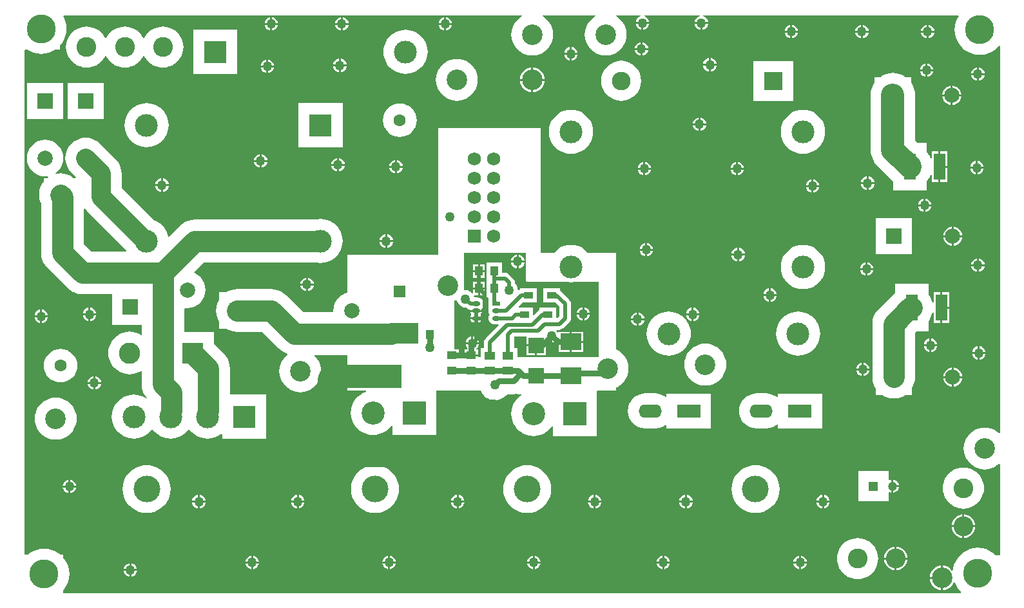
<source format=gbl>
G04 Layer_Physical_Order=4*
G04 Layer_Color=16711680*
%FSLAX25Y25*%
%MOIN*%
G70*
G01*
G75*
%ADD10R,0.04000X0.05000*%
%ADD12C,0.11000*%
%ADD14C,0.02000*%
%ADD15C,0.12000*%
%ADD16C,0.15000*%
%ADD17C,0.10000*%
%ADD19R,0.07874X0.07874*%
%ADD20C,0.07874*%
%ADD21C,0.10630*%
%ADD22C,0.09646*%
%ADD23R,0.09646X0.09646*%
%ADD24C,0.06890*%
%ADD25R,0.06890X0.06890*%
%ADD26C,0.15000*%
%ADD27C,0.11811*%
%ADD28R,0.07874X0.07874*%
%ADD29C,0.10236*%
%ADD30C,0.04724*%
%ADD31R,0.04724X0.04724*%
%ADD32R,0.11811X0.11811*%
%ADD33O,0.12000X0.06969*%
%ADD34R,0.12000X0.06969*%
%ADD35C,0.11969*%
%ADD36R,0.11969X0.11969*%
%ADD37C,0.06299*%
%ADD38R,0.06299X0.06299*%
%ADD39C,0.11024*%
%ADD40R,0.11024X0.11024*%
%ADD41C,0.13780*%
%ADD42C,0.05000*%
%ADD43C,0.03000*%
%ADD44R,0.10799X0.08500*%
%ADD45R,0.04724X0.03347*%
%ADD46R,0.12992X0.05315*%
%ADD47R,0.05000X0.04000*%
%ADD48O,0.04134X0.02362*%
%ADD49R,0.04134X0.02362*%
%ADD50R,0.06299X0.13780*%
%ADD51R,0.05512X0.03937*%
%ADD52R,0.39000X0.12000*%
%ADD53R,0.14500X0.10500*%
G36*
X609530Y408979D02*
X608881Y407920D01*
X608098Y406030D01*
X607620Y404040D01*
X607460Y402000D01*
X607620Y399960D01*
X608098Y397970D01*
X608881Y396080D01*
X609950Y394335D01*
X611279Y392779D01*
X612835Y391450D01*
X614580Y390381D01*
X616470Y389598D01*
X618460Y389120D01*
X620500Y388960D01*
X622540Y389120D01*
X624530Y389598D01*
X626420Y390381D01*
X628165Y391450D01*
X629721Y392779D01*
X630362Y393530D01*
X630862Y393446D01*
Y193165D01*
X630362Y192935D01*
X629377Y193777D01*
X627925Y194666D01*
X626352Y195317D01*
X624697Y195715D01*
X623000Y195848D01*
X621303Y195715D01*
X619648Y195317D01*
X618075Y194666D01*
X616623Y193777D01*
X615329Y192671D01*
X614223Y191376D01*
X613334Y189925D01*
X612683Y188352D01*
X612285Y186697D01*
X612152Y185000D01*
X612285Y183303D01*
X612683Y181648D01*
X613334Y180075D01*
X614223Y178623D01*
X615329Y177329D01*
X616623Y176224D01*
X618075Y175334D01*
X619648Y174683D01*
X621303Y174285D01*
X623000Y174152D01*
X624697Y174285D01*
X626352Y174683D01*
X627925Y175334D01*
X629377Y176224D01*
X630362Y177065D01*
X630862Y176835D01*
Y129834D01*
X628590Y129833D01*
X627165Y131050D01*
X625420Y132119D01*
X623530Y132902D01*
X621540Y133380D01*
X619500Y133540D01*
X617460Y133380D01*
X615470Y132902D01*
X613580Y132119D01*
X611835Y131050D01*
X610279Y129721D01*
X608950Y128165D01*
X607881Y126420D01*
X607098Y124530D01*
X606620Y122540D01*
X606574Y121951D01*
X606060Y121789D01*
X605487Y122487D01*
X604525Y123276D01*
X603428Y123863D01*
X602238Y124224D01*
X601500Y124296D01*
Y118000D01*
Y111704D01*
X602238Y111776D01*
X603428Y112137D01*
X604525Y112724D01*
X605487Y113513D01*
X606276Y114475D01*
X606862Y115572D01*
X606904Y115708D01*
X607403Y115733D01*
X607881Y114580D01*
X608950Y112835D01*
X610279Y111279D01*
X610572Y111029D01*
Y109864D01*
X435406D01*
X435351Y109918D01*
X146351D01*
Y111518D01*
X147050Y112335D01*
X148119Y114080D01*
X148902Y115970D01*
X149380Y117960D01*
X149540Y120000D01*
X149380Y122040D01*
X148902Y124030D01*
X148119Y125920D01*
X147050Y127665D01*
X146351Y128482D01*
Y129918D01*
X144904D01*
X144165Y130550D01*
X142420Y131619D01*
X140530Y132402D01*
X138540Y132880D01*
X136500Y133040D01*
X134460Y132880D01*
X132470Y132402D01*
X130580Y131619D01*
X128835Y130550D01*
X128096Y129918D01*
X126351D01*
X126299Y391305D01*
X126652Y391659D01*
X127811D01*
X129080Y390881D01*
X130970Y390098D01*
X132960Y389620D01*
X135000Y389460D01*
X137040Y389620D01*
X139030Y390098D01*
X140920Y390881D01*
X142189Y391659D01*
X144843D01*
Y394008D01*
X145550Y394835D01*
X146619Y396580D01*
X147402Y398470D01*
X147880Y400460D01*
X148040Y402500D01*
X147880Y404540D01*
X147402Y406530D01*
X146619Y408420D01*
X146276Y408979D01*
X146521Y409415D01*
X366496D01*
D01*
D01*
X383525D01*
X383666Y408915D01*
X382624Y408277D01*
X381329Y407171D01*
X380223Y405876D01*
X379334Y404425D01*
X378683Y402852D01*
X378285Y401197D01*
X378152Y399500D01*
X378285Y397803D01*
X378683Y396148D01*
X379334Y394575D01*
X380223Y393124D01*
X381329Y391829D01*
X382624Y390723D01*
X384075Y389834D01*
X385648Y389183D01*
X387303Y388785D01*
X389000Y388652D01*
X390697Y388785D01*
X392352Y389183D01*
X393925Y389834D01*
X395376Y390723D01*
X396671Y391829D01*
X397777Y393124D01*
X398666Y394575D01*
X399317Y396148D01*
X399715Y397803D01*
X399848Y399500D01*
X399715Y401197D01*
X399317Y402852D01*
X398666Y404425D01*
X397777Y405876D01*
X396671Y407171D01*
X395376Y408277D01*
X394334Y408915D01*
X394475Y409415D01*
X421525D01*
X421666Y408915D01*
X420623Y408277D01*
X419329Y407171D01*
X418223Y405876D01*
X417334Y404425D01*
X416683Y402852D01*
X416285Y401197D01*
X416152Y399500D01*
X416285Y397803D01*
X416683Y396148D01*
X417334Y394575D01*
X418223Y393124D01*
X419329Y391829D01*
X420623Y390723D01*
X422075Y389834D01*
X423648Y389183D01*
X425303Y388785D01*
X427000Y388652D01*
X428697Y388785D01*
X430352Y389183D01*
X431925Y389834D01*
X433377Y390723D01*
X434671Y391829D01*
X435777Y393124D01*
X436666Y394575D01*
X437317Y396148D01*
X437715Y397803D01*
X437848Y399500D01*
X437715Y401197D01*
X437317Y402852D01*
X436666Y404425D01*
X435777Y405876D01*
X434671Y407171D01*
X433377Y408277D01*
X432334Y408915D01*
X432475Y409415D01*
X445094D01*
X445127Y408915D01*
X445086Y408910D01*
X444235Y408557D01*
X443504Y407996D01*
X442943Y407265D01*
X442590Y406414D01*
X442536Y406000D01*
X449464D01*
X449410Y406414D01*
X449057Y407265D01*
X448496Y407996D01*
X447765Y408557D01*
X446914Y408910D01*
X446873Y408915D01*
X446906Y409415D01*
X475594D01*
X475627Y408915D01*
X475586Y408910D01*
X474735Y408557D01*
X474004Y407996D01*
X473443Y407265D01*
X473090Y406414D01*
X473036Y406000D01*
X479964D01*
X479910Y406414D01*
X479557Y407265D01*
X478996Y407996D01*
X478265Y408557D01*
X477414Y408910D01*
X477373Y408915D01*
X477406Y409415D01*
X609286D01*
X609530Y408979D01*
D02*
G37*
%LPC*%
G36*
X344500Y408464D02*
Y405500D01*
X347464D01*
X347410Y405914D01*
X347057Y406765D01*
X346496Y407496D01*
X345765Y408057D01*
X344914Y408410D01*
X344500Y408464D01*
D02*
G37*
G36*
X343500D02*
X343086Y408410D01*
X342235Y408057D01*
X341504Y407496D01*
X340943Y406765D01*
X340590Y405914D01*
X340536Y405500D01*
X343500D01*
Y408464D01*
D02*
G37*
G36*
X291000D02*
Y405500D01*
X293964D01*
X293910Y405914D01*
X293557Y406765D01*
X292996Y407496D01*
X292265Y408057D01*
X291414Y408410D01*
X291000Y408464D01*
D02*
G37*
G36*
X290000D02*
X289586Y408410D01*
X288735Y408057D01*
X288004Y407496D01*
X287443Y406765D01*
X287090Y405914D01*
X287036Y405500D01*
X290000D01*
Y408464D01*
D02*
G37*
G36*
X254500D02*
Y405500D01*
X257464D01*
X257410Y405914D01*
X257057Y406765D01*
X256496Y407496D01*
X255765Y408057D01*
X254914Y408410D01*
X254500Y408464D01*
D02*
G37*
G36*
X253500D02*
X253086Y408410D01*
X252235Y408057D01*
X251504Y407496D01*
X250943Y406765D01*
X250590Y405914D01*
X250536Y405500D01*
X253500D01*
Y408464D01*
D02*
G37*
G36*
X479964Y405000D02*
X477000D01*
Y402036D01*
X477414Y402090D01*
X478265Y402443D01*
X478996Y403004D01*
X479557Y403735D01*
X479910Y404586D01*
X479964Y405000D01*
D02*
G37*
G36*
X476000D02*
X473036D01*
X473090Y404586D01*
X473443Y403735D01*
X474004Y403004D01*
X474735Y402443D01*
X475586Y402090D01*
X476000Y402036D01*
Y405000D01*
D02*
G37*
G36*
X449464D02*
X446500D01*
Y402036D01*
X446914Y402090D01*
X447765Y402443D01*
X448496Y403004D01*
X449057Y403735D01*
X449410Y404586D01*
X449464Y405000D01*
D02*
G37*
G36*
X445500D02*
X442536D01*
X442590Y404586D01*
X442943Y403735D01*
X443504Y403004D01*
X444235Y402443D01*
X445086Y402090D01*
X445500Y402036D01*
Y405000D01*
D02*
G37*
G36*
X347464Y404500D02*
X344500D01*
Y401536D01*
X344914Y401590D01*
X345765Y401943D01*
X346496Y402504D01*
X347057Y403235D01*
X347410Y404086D01*
X347464Y404500D01*
D02*
G37*
G36*
X343500D02*
X340536D01*
X340590Y404086D01*
X340943Y403235D01*
X341504Y402504D01*
X342235Y401943D01*
X343086Y401590D01*
X343500Y401536D01*
Y404500D01*
D02*
G37*
G36*
X293964D02*
X291000D01*
Y401536D01*
X291414Y401590D01*
X292265Y401943D01*
X292996Y402504D01*
X293557Y403235D01*
X293910Y404086D01*
X293964Y404500D01*
D02*
G37*
G36*
X290000D02*
X287036D01*
X287090Y404086D01*
X287443Y403235D01*
X288004Y402504D01*
X288735Y401943D01*
X289586Y401590D01*
X290000Y401536D01*
Y404500D01*
D02*
G37*
G36*
X257464D02*
X254500D01*
Y401536D01*
X254914Y401590D01*
X255765Y401943D01*
X256496Y402504D01*
X257057Y403235D01*
X257410Y404086D01*
X257464Y404500D01*
D02*
G37*
G36*
X253500D02*
X250536D01*
X250590Y404086D01*
X250943Y403235D01*
X251504Y402504D01*
X252235Y401943D01*
X253086Y401590D01*
X253500Y401536D01*
Y404500D01*
D02*
G37*
G36*
X594000Y404464D02*
Y401500D01*
X596964D01*
X596910Y401914D01*
X596557Y402765D01*
X595996Y403496D01*
X595265Y404057D01*
X594414Y404410D01*
X594000Y404464D01*
D02*
G37*
G36*
X593000D02*
X592586Y404410D01*
X591735Y404057D01*
X591004Y403496D01*
X590443Y402765D01*
X590090Y401914D01*
X590036Y401500D01*
X593000D01*
Y404464D01*
D02*
G37*
G36*
X560000D02*
Y401500D01*
X562964D01*
X562910Y401914D01*
X562557Y402765D01*
X561996Y403496D01*
X561265Y404057D01*
X560414Y404410D01*
X560000Y404464D01*
D02*
G37*
G36*
X559000D02*
X558586Y404410D01*
X557735Y404057D01*
X557004Y403496D01*
X556443Y402765D01*
X556090Y401914D01*
X556036Y401500D01*
X559000D01*
Y404464D01*
D02*
G37*
G36*
X523500D02*
Y401500D01*
X526464D01*
X526410Y401914D01*
X526057Y402765D01*
X525496Y403496D01*
X524765Y404057D01*
X523914Y404410D01*
X523500Y404464D01*
D02*
G37*
G36*
X522500D02*
X522086Y404410D01*
X521235Y404057D01*
X520504Y403496D01*
X519943Y402765D01*
X519590Y401914D01*
X519536Y401500D01*
X522500D01*
Y404464D01*
D02*
G37*
G36*
X197870Y403651D02*
X196204Y403520D01*
X194579Y403130D01*
X193035Y402490D01*
X191610Y401617D01*
X190339Y400531D01*
X189253Y399260D01*
X188380Y397835D01*
X188278Y397588D01*
X187778D01*
X187675Y397835D01*
X186802Y399260D01*
X185716Y400531D01*
X184446Y401617D01*
X183020Y402490D01*
X181476Y403130D01*
X179851Y403520D01*
X178185Y403651D01*
X176519Y403520D01*
X174894Y403130D01*
X173350Y402490D01*
X171925Y401617D01*
X170654Y400531D01*
X169568Y399260D01*
X168695Y397835D01*
X168593Y397588D01*
X168093D01*
X167990Y397835D01*
X167117Y399260D01*
X166031Y400531D01*
X164760Y401617D01*
X163335Y402490D01*
X161791Y403130D01*
X160166Y403520D01*
X158500Y403651D01*
X156834Y403520D01*
X155209Y403130D01*
X153665Y402490D01*
X152240Y401617D01*
X150969Y400531D01*
X149883Y399260D01*
X149010Y397835D01*
X148370Y396291D01*
X147980Y394666D01*
X147849Y393000D01*
X147980Y391334D01*
X148370Y389709D01*
X149010Y388165D01*
X149883Y386739D01*
X150969Y385469D01*
X152240Y384383D01*
X153665Y383510D01*
X155209Y382870D01*
X156834Y382480D01*
X158500Y382349D01*
X160166Y382480D01*
X161791Y382870D01*
X163335Y383510D01*
X164760Y384383D01*
X166031Y385469D01*
X167117Y386739D01*
X167990Y388165D01*
X168093Y388412D01*
X168593D01*
X168695Y388165D01*
X169568Y386739D01*
X170654Y385469D01*
X171925Y384383D01*
X173350Y383510D01*
X174894Y382870D01*
X176519Y382480D01*
X178185Y382349D01*
X179851Y382480D01*
X181476Y382870D01*
X183020Y383510D01*
X184446Y384383D01*
X185716Y385469D01*
X186802Y386739D01*
X187675Y388165D01*
X187778Y388412D01*
X188278D01*
X188380Y388165D01*
X189253Y386739D01*
X190339Y385469D01*
X191610Y384383D01*
X193035Y383510D01*
X194579Y382870D01*
X196204Y382480D01*
X197870Y382349D01*
X199536Y382480D01*
X201161Y382870D01*
X202706Y383510D01*
X204131Y384383D01*
X205401Y385469D01*
X206487Y386739D01*
X207360Y388165D01*
X208000Y389709D01*
X208390Y391334D01*
X208521Y393000D01*
X208390Y394666D01*
X208000Y396291D01*
X207360Y397835D01*
X206487Y399260D01*
X205401Y400531D01*
X204131Y401617D01*
X202706Y402490D01*
X201161Y403130D01*
X199536Y403520D01*
X197870Y403651D01*
D02*
G37*
G36*
X596964Y400500D02*
X594000D01*
Y397536D01*
X594414Y397590D01*
X595265Y397943D01*
X595996Y398504D01*
X596557Y399235D01*
X596910Y400086D01*
X596964Y400500D01*
D02*
G37*
G36*
X593000D02*
X590036D01*
X590090Y400086D01*
X590443Y399235D01*
X591004Y398504D01*
X591735Y397943D01*
X592586Y397590D01*
X593000Y397536D01*
Y400500D01*
D02*
G37*
G36*
X562964D02*
X560000D01*
Y397536D01*
X560414Y397590D01*
X561265Y397943D01*
X561996Y398504D01*
X562557Y399235D01*
X562910Y400086D01*
X562964Y400500D01*
D02*
G37*
G36*
X559000D02*
X556036D01*
X556090Y400086D01*
X556443Y399235D01*
X557004Y398504D01*
X557735Y397943D01*
X558586Y397590D01*
X559000Y397536D01*
Y400500D01*
D02*
G37*
G36*
X526464D02*
X523500D01*
Y397536D01*
X523914Y397590D01*
X524765Y397943D01*
X525496Y398504D01*
X526057Y399235D01*
X526410Y400086D01*
X526464Y400500D01*
D02*
G37*
G36*
X522500D02*
X519536D01*
X519590Y400086D01*
X519943Y399235D01*
X520504Y398504D01*
X521235Y397943D01*
X522086Y397590D01*
X522500Y397536D01*
Y400500D01*
D02*
G37*
G36*
X446000Y395464D02*
Y392500D01*
X448964D01*
X448910Y392914D01*
X448557Y393765D01*
X447996Y394496D01*
X447265Y395057D01*
X446414Y395410D01*
X446000Y395464D01*
D02*
G37*
G36*
X445000D02*
X444586Y395410D01*
X443735Y395057D01*
X443004Y394496D01*
X442443Y393765D01*
X442090Y392914D01*
X442036Y392500D01*
X445000D01*
Y395464D01*
D02*
G37*
G36*
X409500Y392964D02*
Y390000D01*
X412464D01*
X412410Y390414D01*
X412057Y391265D01*
X411496Y391996D01*
X410765Y392557D01*
X409914Y392910D01*
X409500Y392964D01*
D02*
G37*
G36*
X408500D02*
X408086Y392910D01*
X407235Y392557D01*
X406504Y391996D01*
X405943Y391265D01*
X405590Y390414D01*
X405536Y390000D01*
X408500D01*
Y392964D01*
D02*
G37*
G36*
X448964Y391500D02*
X446000D01*
Y388536D01*
X446414Y388590D01*
X447265Y388943D01*
X447996Y389504D01*
X448557Y390235D01*
X448910Y391086D01*
X448964Y391500D01*
D02*
G37*
G36*
X445000D02*
X442036D01*
X442090Y391086D01*
X442443Y390235D01*
X443004Y389504D01*
X443735Y388943D01*
X444586Y388590D01*
X445000Y388536D01*
Y391500D01*
D02*
G37*
G36*
X412464Y389000D02*
X409500D01*
Y386036D01*
X409914Y386090D01*
X410765Y386443D01*
X411496Y387004D01*
X412057Y387735D01*
X412410Y388586D01*
X412464Y389000D01*
D02*
G37*
G36*
X408500D02*
X405536D01*
X405590Y388586D01*
X405943Y387735D01*
X406504Y387004D01*
X407235Y386443D01*
X408086Y386090D01*
X408500Y386036D01*
Y389000D01*
D02*
G37*
G36*
X481390Y387249D02*
Y384285D01*
X484354D01*
X484300Y384698D01*
X483947Y385550D01*
X483386Y386281D01*
X482655Y386842D01*
X481804Y387194D01*
X481390Y387249D01*
D02*
G37*
G36*
X480390D02*
X479976Y387194D01*
X479125Y386842D01*
X478394Y386281D01*
X477833Y385550D01*
X477480Y384698D01*
X477426Y384285D01*
X480390D01*
Y387249D01*
D02*
G37*
G36*
X290000Y386964D02*
Y384000D01*
X292964D01*
X292910Y384414D01*
X292557Y385265D01*
X291996Y385996D01*
X291265Y386557D01*
X290414Y386910D01*
X290000Y386964D01*
D02*
G37*
G36*
X289000D02*
X288586Y386910D01*
X287735Y386557D01*
X287004Y385996D01*
X286443Y385265D01*
X286090Y384414D01*
X286036Y384000D01*
X289000D01*
Y386964D01*
D02*
G37*
G36*
X252500Y386464D02*
Y383500D01*
X255464D01*
X255410Y383914D01*
X255057Y384765D01*
X254496Y385496D01*
X253765Y386057D01*
X252914Y386410D01*
X252500Y386464D01*
D02*
G37*
G36*
X251500D02*
X251086Y386410D01*
X250235Y386057D01*
X249504Y385496D01*
X248943Y384765D01*
X248590Y383914D01*
X248536Y383500D01*
X251500D01*
Y386464D01*
D02*
G37*
G36*
X593500Y384464D02*
Y381500D01*
X596464D01*
X596410Y381914D01*
X596057Y382765D01*
X595496Y383496D01*
X594765Y384057D01*
X593914Y384410D01*
X593500Y384464D01*
D02*
G37*
G36*
X592500D02*
X592086Y384410D01*
X591235Y384057D01*
X590504Y383496D01*
X589943Y382765D01*
X589590Y381914D01*
X589536Y381500D01*
X592500D01*
Y384464D01*
D02*
G37*
G36*
X484354Y383285D02*
X481390D01*
Y380320D01*
X481804Y380375D01*
X482655Y380727D01*
X483386Y381288D01*
X483947Y382019D01*
X484300Y382871D01*
X484354Y383285D01*
D02*
G37*
G36*
X480390D02*
X477426D01*
X477480Y382871D01*
X477833Y382019D01*
X478394Y381288D01*
X479125Y380727D01*
X479976Y380375D01*
X480390Y380320D01*
Y383285D01*
D02*
G37*
G36*
X292964Y383000D02*
X290000D01*
Y380036D01*
X290414Y380090D01*
X291265Y380443D01*
X291996Y381004D01*
X292557Y381735D01*
X292910Y382586D01*
X292964Y383000D01*
D02*
G37*
G36*
X289000D02*
X286036D01*
X286090Y382586D01*
X286443Y381735D01*
X287004Y381004D01*
X287735Y380443D01*
X288586Y380090D01*
X289000Y380036D01*
Y383000D01*
D02*
G37*
G36*
X255464Y382500D02*
X252500D01*
Y379536D01*
X252914Y379590D01*
X253765Y379943D01*
X254496Y380504D01*
X255057Y381235D01*
X255410Y382086D01*
X255464Y382500D01*
D02*
G37*
G36*
X251500D02*
X248536D01*
X248590Y382086D01*
X248943Y381235D01*
X249504Y380504D01*
X250235Y379943D01*
X251086Y379590D01*
X251500Y379536D01*
Y382500D01*
D02*
G37*
G36*
X620000Y382464D02*
Y379500D01*
X622964D01*
X622910Y379914D01*
X622557Y380765D01*
X621996Y381496D01*
X621265Y382057D01*
X620414Y382410D01*
X620000Y382464D01*
D02*
G37*
G36*
X619000D02*
X618586Y382410D01*
X617735Y382057D01*
X617004Y381496D01*
X616443Y380765D01*
X616090Y379914D01*
X616036Y379500D01*
X619000D01*
Y382464D01*
D02*
G37*
G36*
X236405Y401905D02*
X213595D01*
Y379095D01*
X236405D01*
Y401905D01*
D02*
G37*
G36*
X323425Y401941D02*
X321636Y401800D01*
X319890Y401381D01*
X318231Y400694D01*
X316701Y399756D01*
X315335Y398590D01*
X314169Y397225D01*
X313231Y395694D01*
X312544Y394035D01*
X312125Y392290D01*
X311984Y390500D01*
X312125Y388710D01*
X312544Y386965D01*
X313231Y385306D01*
X314169Y383775D01*
X315335Y382410D01*
X316701Y381244D01*
X318231Y380306D01*
X319890Y379619D01*
X321636Y379200D01*
X323425Y379059D01*
X325215Y379200D01*
X326961Y379619D01*
X328619Y380306D01*
X330150Y381244D01*
X331515Y382410D01*
X332681Y383775D01*
X333619Y385306D01*
X334306Y386965D01*
X334725Y388710D01*
X334866Y390500D01*
X334725Y392290D01*
X334306Y394035D01*
X333619Y395694D01*
X332681Y397225D01*
X331515Y398590D01*
X330150Y399756D01*
X328619Y400694D01*
X326961Y401381D01*
X325215Y401800D01*
X323425Y401941D01*
D02*
G37*
G36*
X596464Y380500D02*
X593500D01*
Y377536D01*
X593914Y377590D01*
X594765Y377943D01*
X595496Y378504D01*
X596057Y379235D01*
X596410Y380086D01*
X596464Y380500D01*
D02*
G37*
G36*
X592500D02*
X589536D01*
X589590Y380086D01*
X589943Y379235D01*
X590504Y378504D01*
X591235Y377943D01*
X592086Y377590D01*
X592500Y377536D01*
Y380500D01*
D02*
G37*
G36*
X389500Y382296D02*
Y376500D01*
X395296D01*
X395224Y377238D01*
X394863Y378428D01*
X394276Y379525D01*
X393487Y380487D01*
X392525Y381276D01*
X391428Y381862D01*
X390238Y382224D01*
X389500Y382296D01*
D02*
G37*
G36*
X388500D02*
X387762Y382224D01*
X386572Y381862D01*
X385475Y381276D01*
X384513Y380487D01*
X383724Y379525D01*
X383137Y378428D01*
X382776Y377238D01*
X382704Y376500D01*
X388500D01*
Y382296D01*
D02*
G37*
G36*
X622964Y378500D02*
X620000D01*
Y375536D01*
X620414Y375590D01*
X621265Y375943D01*
X621996Y376504D01*
X622557Y377235D01*
X622910Y378086D01*
X622964Y378500D01*
D02*
G37*
G36*
X619000D02*
X616036D01*
X616090Y378086D01*
X616443Y377235D01*
X617004Y376504D01*
X617735Y375943D01*
X618586Y375590D01*
X619000Y375536D01*
Y378500D01*
D02*
G37*
G36*
X395296Y375500D02*
X389500D01*
Y369704D01*
X390238Y369776D01*
X391428Y370138D01*
X392525Y370724D01*
X393487Y371513D01*
X394276Y372475D01*
X394863Y373572D01*
X395224Y374762D01*
X395296Y375500D01*
D02*
G37*
G36*
X388500D02*
X382704D01*
X382776Y374762D01*
X383137Y373572D01*
X383724Y372475D01*
X384513Y371513D01*
X385475Y370724D01*
X386572Y370138D01*
X387762Y369776D01*
X388500Y369704D01*
Y375500D01*
D02*
G37*
G36*
X606512Y372914D02*
Y368500D01*
X610926D01*
X610822Y369289D01*
X610324Y370490D01*
X609533Y371521D01*
X608502Y372312D01*
X607301Y372810D01*
X606512Y372914D01*
D02*
G37*
G36*
X605512D02*
X604723Y372810D01*
X603522Y372312D01*
X602491Y371521D01*
X601699Y370490D01*
X601202Y369289D01*
X601098Y368500D01*
X605512D01*
Y372914D01*
D02*
G37*
G36*
X524063Y385823D02*
X503417D01*
Y365177D01*
X524063D01*
Y385823D01*
D02*
G37*
G36*
X350000Y386848D02*
X348303Y386715D01*
X346648Y386317D01*
X345075Y385666D01*
X343623Y384776D01*
X342329Y383671D01*
X341224Y382377D01*
X340334Y380925D01*
X339683Y379352D01*
X339285Y377697D01*
X339152Y376000D01*
X339285Y374303D01*
X339683Y372648D01*
X340334Y371075D01*
X341224Y369623D01*
X342329Y368329D01*
X343623Y367224D01*
X345075Y366334D01*
X346648Y365683D01*
X348303Y365285D01*
X350000Y365152D01*
X351697Y365285D01*
X353352Y365683D01*
X354925Y366334D01*
X356377Y367224D01*
X357671Y368329D01*
X358776Y369623D01*
X359666Y371075D01*
X360317Y372648D01*
X360715Y374303D01*
X360848Y376000D01*
X360715Y377697D01*
X360317Y379352D01*
X359666Y380925D01*
X358776Y382377D01*
X357671Y383671D01*
X356377Y384776D01*
X354925Y385666D01*
X353352Y386317D01*
X351697Y386715D01*
X350000Y386848D01*
D02*
G37*
G36*
X435000Y385873D02*
X432976Y385673D01*
X431031Y385083D01*
X429237Y384125D01*
X427665Y382835D01*
X426375Y381263D01*
X425417Y379469D01*
X424826Y377524D01*
X424627Y375500D01*
X424826Y373476D01*
X425417Y371531D01*
X426375Y369737D01*
X427665Y368165D01*
X429237Y366875D01*
X431031Y365917D01*
X432976Y365326D01*
X435000Y365127D01*
X437024Y365326D01*
X438970Y365917D01*
X440763Y366875D01*
X442335Y368165D01*
X443625Y369737D01*
X444583Y371531D01*
X445174Y373476D01*
X445373Y375500D01*
X445174Y377524D01*
X444583Y379469D01*
X443625Y381263D01*
X442335Y382835D01*
X440763Y384125D01*
X438970Y385083D01*
X437024Y385673D01*
X435000Y385873D01*
D02*
G37*
G36*
X610926Y367500D02*
X606512D01*
Y363086D01*
X607301Y363190D01*
X608502Y363687D01*
X609533Y364479D01*
X610324Y365510D01*
X610822Y366711D01*
X610926Y367500D01*
D02*
G37*
G36*
X605512D02*
X601098D01*
X601202Y366711D01*
X601699Y365510D01*
X602491Y364479D01*
X603522Y363687D01*
X604723Y363190D01*
X605512Y363086D01*
Y367500D01*
D02*
G37*
G36*
X167437Y374437D02*
X148563D01*
Y355563D01*
X167437D01*
Y374437D01*
D02*
G37*
G36*
X146437D02*
X127563D01*
Y355563D01*
X146437D01*
Y374437D01*
D02*
G37*
G36*
X476000Y356464D02*
Y353500D01*
X478964D01*
X478910Y353914D01*
X478557Y354765D01*
X477996Y355496D01*
X477265Y356057D01*
X476414Y356410D01*
X476000Y356464D01*
D02*
G37*
G36*
X475000D02*
X474586Y356410D01*
X473735Y356057D01*
X473004Y355496D01*
X472443Y354765D01*
X472090Y353914D01*
X472036Y353500D01*
X475000D01*
Y356464D01*
D02*
G37*
G36*
X478964Y352500D02*
X476000D01*
Y349536D01*
X476414Y349590D01*
X477265Y349943D01*
X477996Y350504D01*
X478557Y351235D01*
X478910Y352086D01*
X478964Y352500D01*
D02*
G37*
G36*
X475000D02*
X472036D01*
X472090Y352086D01*
X472443Y351235D01*
X473004Y350504D01*
X473735Y349943D01*
X474586Y349590D01*
X475000Y349536D01*
Y352500D01*
D02*
G37*
G36*
X320500Y363774D02*
X318804Y363607D01*
X317174Y363112D01*
X315671Y362309D01*
X314354Y361228D01*
X313273Y359911D01*
X312470Y358409D01*
X311976Y356778D01*
X311809Y355083D01*
X311976Y353387D01*
X312470Y351757D01*
X313273Y350254D01*
X314354Y348937D01*
X315671Y347856D01*
X317174Y347053D01*
X318804Y346558D01*
X320500Y346391D01*
X322196Y346558D01*
X323826Y347053D01*
X325329Y347856D01*
X326646Y348937D01*
X327727Y350254D01*
X328530Y351757D01*
X329024Y353387D01*
X329191Y355083D01*
X329024Y356778D01*
X328530Y358409D01*
X327727Y359911D01*
X326646Y361228D01*
X325329Y362309D01*
X323826Y363112D01*
X322196Y363607D01*
X320500Y363774D01*
D02*
G37*
G36*
X290905Y363906D02*
X268094D01*
Y341094D01*
X290905D01*
Y363906D01*
D02*
G37*
G36*
X189500Y363941D02*
X187710Y363800D01*
X185965Y363381D01*
X184306Y362694D01*
X182775Y361756D01*
X181410Y360590D01*
X180244Y359225D01*
X179306Y357694D01*
X178619Y356035D01*
X178200Y354290D01*
X178059Y352500D01*
X178200Y350710D01*
X178619Y348965D01*
X179306Y347306D01*
X180244Y345775D01*
X181410Y344410D01*
X182775Y343244D01*
X184306Y342306D01*
X185965Y341619D01*
X187710Y341200D01*
X189500Y341059D01*
X191290Y341200D01*
X193035Y341619D01*
X194694Y342306D01*
X196225Y343244D01*
X197590Y344410D01*
X198756Y345775D01*
X199694Y347306D01*
X200381Y348965D01*
X200800Y350710D01*
X200941Y352500D01*
X200800Y354290D01*
X200381Y356035D01*
X199694Y357694D01*
X198756Y359225D01*
X197590Y360590D01*
X196225Y361756D01*
X194694Y362694D01*
X193035Y363381D01*
X191290Y363800D01*
X189500Y363941D01*
D02*
G37*
G36*
X529000Y360520D02*
X527210Y360379D01*
X525465Y359960D01*
X523806Y359273D01*
X522275Y358334D01*
X520910Y357169D01*
X519744Y355803D01*
X518806Y354273D01*
X518119Y352614D01*
X517700Y350869D01*
X517559Y349079D01*
X517700Y347289D01*
X518119Y345543D01*
X518806Y343885D01*
X519744Y342354D01*
X520910Y340989D01*
X522275Y339823D01*
X523806Y338885D01*
X525465Y338198D01*
X527210Y337779D01*
X529000Y337638D01*
X530790Y337779D01*
X532535Y338198D01*
X534194Y338885D01*
X535725Y339823D01*
X537090Y340989D01*
X538256Y342354D01*
X539194Y343885D01*
X539881Y345543D01*
X540300Y347289D01*
X540441Y349079D01*
X540300Y350869D01*
X539881Y352614D01*
X539194Y354273D01*
X538256Y355803D01*
X537090Y357169D01*
X535725Y358334D01*
X534194Y359273D01*
X532535Y359960D01*
X530790Y360379D01*
X529000Y360520D01*
D02*
G37*
G36*
X409000D02*
X407210Y360379D01*
X405465Y359960D01*
X403806Y359273D01*
X402275Y358334D01*
X400910Y357169D01*
X399744Y355803D01*
X398806Y354273D01*
X398119Y352614D01*
X397700Y350869D01*
X397559Y349079D01*
X397700Y347289D01*
X398119Y345543D01*
X398806Y343885D01*
X399744Y342354D01*
X400910Y340989D01*
X402275Y339823D01*
X403806Y338885D01*
X405465Y338198D01*
X407210Y337779D01*
X409000Y337638D01*
X410790Y337779D01*
X412535Y338198D01*
X414194Y338885D01*
X415725Y339823D01*
X417090Y340989D01*
X418256Y342354D01*
X419194Y343885D01*
X419881Y345543D01*
X420300Y347289D01*
X420441Y349079D01*
X420300Y350869D01*
X419881Y352614D01*
X419194Y354273D01*
X418256Y355803D01*
X417090Y357169D01*
X415725Y358334D01*
X414194Y359273D01*
X412535Y359960D01*
X410790Y360379D01*
X409000Y360520D01*
D02*
G37*
G36*
X249000Y337464D02*
Y334500D01*
X251964D01*
X251910Y334914D01*
X251557Y335765D01*
X250996Y336496D01*
X250265Y337057D01*
X249414Y337410D01*
X249000Y337464D01*
D02*
G37*
G36*
X248000D02*
X247586Y337410D01*
X246735Y337057D01*
X246004Y336496D01*
X245443Y335765D01*
X245090Y334914D01*
X245036Y334500D01*
X248000D01*
Y337464D01*
D02*
G37*
G36*
X289000Y335464D02*
Y332500D01*
X291964D01*
X291910Y332914D01*
X291557Y333765D01*
X290996Y334496D01*
X290265Y335057D01*
X289414Y335410D01*
X289000Y335464D01*
D02*
G37*
G36*
X288000D02*
X287586Y335410D01*
X286735Y335057D01*
X286004Y334496D01*
X285443Y333765D01*
X285090Y332914D01*
X285036Y332500D01*
X288000D01*
Y335464D01*
D02*
G37*
G36*
X603827Y338890D02*
X600177D01*
Y331500D01*
X603827D01*
Y338890D01*
D02*
G37*
G36*
X319000Y334464D02*
Y331500D01*
X321964D01*
X321910Y331914D01*
X321557Y332765D01*
X320996Y333496D01*
X320265Y334057D01*
X319414Y334410D01*
X319000Y334464D01*
D02*
G37*
G36*
X318000D02*
X317586Y334410D01*
X316735Y334057D01*
X316004Y333496D01*
X315443Y332765D01*
X315090Y331914D01*
X315036Y331500D01*
X318000D01*
Y334464D01*
D02*
G37*
G36*
X619500Y333964D02*
Y331000D01*
X622464D01*
X622410Y331414D01*
X622057Y332265D01*
X621496Y332996D01*
X620765Y333557D01*
X619914Y333910D01*
X619500Y333964D01*
D02*
G37*
G36*
X618500D02*
X618086Y333910D01*
X617235Y333557D01*
X616504Y332996D01*
X615943Y332265D01*
X615590Y331414D01*
X615536Y331000D01*
X618500D01*
Y333964D01*
D02*
G37*
G36*
X251964Y333500D02*
X249000D01*
Y330536D01*
X249414Y330590D01*
X250265Y330943D01*
X250996Y331504D01*
X251557Y332235D01*
X251910Y333086D01*
X251964Y333500D01*
D02*
G37*
G36*
X248000D02*
X245036D01*
X245090Y333086D01*
X245443Y332235D01*
X246004Y331504D01*
X246735Y330943D01*
X247586Y330590D01*
X248000Y330536D01*
Y333500D01*
D02*
G37*
G36*
X495500Y333464D02*
Y330500D01*
X498464D01*
X498410Y330914D01*
X498057Y331765D01*
X497496Y332496D01*
X496765Y333057D01*
X495914Y333410D01*
X495500Y333464D01*
D02*
G37*
G36*
X494500D02*
X494086Y333410D01*
X493235Y333057D01*
X492504Y332496D01*
X491943Y331765D01*
X491590Y330914D01*
X491536Y330500D01*
X494500D01*
Y333464D01*
D02*
G37*
G36*
X447500D02*
Y330500D01*
X450464D01*
X450410Y330914D01*
X450057Y331765D01*
X449496Y332496D01*
X448765Y333057D01*
X447914Y333410D01*
X447500Y333464D01*
D02*
G37*
G36*
X446500D02*
X446086Y333410D01*
X445235Y333057D01*
X444504Y332496D01*
X443943Y331765D01*
X443590Y330914D01*
X443536Y330500D01*
X446500D01*
Y333464D01*
D02*
G37*
G36*
X291964Y331500D02*
X289000D01*
Y328536D01*
X289414Y328590D01*
X290265Y328943D01*
X290996Y329504D01*
X291557Y330235D01*
X291910Y331086D01*
X291964Y331500D01*
D02*
G37*
G36*
X288000D02*
X285036D01*
X285090Y331086D01*
X285443Y330235D01*
X286004Y329504D01*
X286735Y328943D01*
X287586Y328590D01*
X288000Y328536D01*
Y331500D01*
D02*
G37*
G36*
X321964Y330500D02*
X319000D01*
Y327536D01*
X319414Y327590D01*
X320265Y327943D01*
X320996Y328504D01*
X321557Y329235D01*
X321910Y330086D01*
X321964Y330500D01*
D02*
G37*
G36*
X318000D02*
X315036D01*
X315090Y330086D01*
X315443Y329235D01*
X316004Y328504D01*
X316735Y327943D01*
X317586Y327590D01*
X318000Y327536D01*
Y330500D01*
D02*
G37*
G36*
X622464Y330000D02*
X619500D01*
Y327036D01*
X619914Y327090D01*
X620765Y327443D01*
X621496Y328004D01*
X622057Y328735D01*
X622410Y329586D01*
X622464Y330000D01*
D02*
G37*
G36*
X618500D02*
X615536D01*
X615590Y329586D01*
X615943Y328735D01*
X616504Y328004D01*
X617235Y327443D01*
X618086Y327090D01*
X618500Y327036D01*
Y330000D01*
D02*
G37*
G36*
X498464Y329500D02*
X495500D01*
Y326536D01*
X495914Y326590D01*
X496765Y326943D01*
X497496Y327504D01*
X498057Y328235D01*
X498410Y329086D01*
X498464Y329500D01*
D02*
G37*
G36*
X494500D02*
X491536D01*
X491590Y329086D01*
X491943Y328235D01*
X492504Y327504D01*
X493235Y326943D01*
X494086Y326590D01*
X494500Y326536D01*
Y329500D01*
D02*
G37*
G36*
X450464D02*
X447500D01*
Y326536D01*
X447914Y326590D01*
X448765Y326943D01*
X449496Y327504D01*
X450057Y328235D01*
X450410Y329086D01*
X450464Y329500D01*
D02*
G37*
G36*
X446500D02*
X443536D01*
X443590Y329086D01*
X443943Y328235D01*
X444504Y327504D01*
X445235Y326943D01*
X446086Y326590D01*
X446500Y326536D01*
Y329500D01*
D02*
G37*
G36*
X158000Y346005D02*
X156352Y345875D01*
X154745Y345489D01*
X153218Y344857D01*
X151809Y343993D01*
X150552Y342920D01*
X149479Y341663D01*
X148616Y340254D01*
X147983Y338727D01*
X147597Y337120D01*
X147468Y335472D01*
X147597Y333825D01*
X147983Y332218D01*
X148616Y330691D01*
X149479Y329282D01*
X150552Y328025D01*
X152966Y325611D01*
X152774Y325150D01*
X151810D01*
X151486Y325427D01*
X150009Y326331D01*
X148410Y326994D01*
X146726Y327398D01*
X145000Y327534D01*
X143274Y327398D01*
X142640Y327246D01*
X142411Y327705D01*
X143705Y328767D01*
X144885Y330204D01*
X145761Y331844D01*
X146300Y333623D01*
X146483Y335472D01*
X146300Y337322D01*
X145761Y339101D01*
X144885Y340741D01*
X143705Y342178D01*
X142268Y343357D01*
X140629Y344233D01*
X138850Y344773D01*
X137000Y344955D01*
X135150Y344773D01*
X133371Y344233D01*
X131732Y343357D01*
X130295Y342178D01*
X129115Y340741D01*
X128239Y339101D01*
X127699Y337322D01*
X127517Y335472D01*
X127699Y333623D01*
X128239Y331844D01*
X129115Y330204D01*
X130295Y328767D01*
X131732Y327588D01*
X133371Y326712D01*
X135150Y326172D01*
X137000Y325990D01*
X138272Y326115D01*
X138723Y325657D01*
X138710Y325547D01*
X138514Y325427D01*
X138190Y325150D01*
X136350D01*
Y323310D01*
X136073Y322986D01*
X135169Y321509D01*
X134506Y319910D01*
X134102Y318226D01*
X133966Y316500D01*
X134102Y314774D01*
X134506Y313090D01*
X134966Y311980D01*
Y286500D01*
X135102Y284774D01*
X135506Y283090D01*
X136169Y281491D01*
X137073Y280014D01*
X138198Y278698D01*
X148698Y268198D01*
X150014Y267073D01*
X151491Y266169D01*
X152153Y265894D01*
X153090Y265506D01*
X154774Y265102D01*
X156500Y264966D01*
X171563D01*
Y249063D01*
X186966D01*
Y244090D01*
X186530Y243845D01*
X185719Y244342D01*
X184118Y245005D01*
X182433Y245410D01*
X180705Y245546D01*
X178977Y245410D01*
X177291Y245005D01*
X175690Y244342D01*
X174212Y243436D01*
X172894Y242311D01*
X171768Y240993D01*
X170863Y239515D01*
X170200Y237913D01*
X169795Y236228D01*
X169659Y234500D01*
X169795Y232772D01*
X170200Y231087D01*
X170863Y229485D01*
X171768Y228007D01*
X172894Y226689D01*
X174212Y225564D01*
X175690Y224658D01*
X177291Y223995D01*
X178977Y223590D01*
X180705Y223454D01*
X182433Y223590D01*
X184118Y223995D01*
X185719Y224658D01*
X186530Y225155D01*
X186966Y224910D01*
Y218500D01*
X187102Y216774D01*
X187506Y215090D01*
X188169Y213491D01*
X189073Y212014D01*
X189614Y211381D01*
X189286Y210996D01*
X188147Y211694D01*
X186488Y212381D01*
X184742Y212800D01*
X182953Y212941D01*
X181163Y212800D01*
X179417Y212381D01*
X177759Y211694D01*
X176228Y210756D01*
X174863Y209590D01*
X173697Y208225D01*
X172759Y206694D01*
X172072Y205035D01*
X171653Y203290D01*
X171512Y201500D01*
X171653Y199710D01*
X172072Y197965D01*
X172759Y196306D01*
X173697Y194775D01*
X174863Y193410D01*
X176228Y192244D01*
X177759Y191306D01*
X179417Y190619D01*
X181163Y190200D01*
X182953Y190059D01*
X184742Y190200D01*
X186488Y190619D01*
X188147Y191306D01*
X189678Y192244D01*
X191043Y193410D01*
X192161Y194719D01*
X192461Y194761D01*
X192761Y194719D01*
X193879Y193410D01*
X195244Y192244D01*
X196774Y191306D01*
X198433Y190619D01*
X200179Y190200D01*
X201969Y190059D01*
X203758Y190200D01*
X205504Y190619D01*
X207162Y191306D01*
X208693Y192244D01*
X210058Y193410D01*
X211176Y194719D01*
X211476Y194761D01*
X211776Y194719D01*
X212894Y193410D01*
X214260Y192244D01*
X215790Y191306D01*
X217449Y190619D01*
X219195Y190200D01*
X220984Y190059D01*
X222774Y190200D01*
X224520Y190619D01*
X226178Y191306D01*
X227709Y192244D01*
X228140Y192613D01*
X228594Y192403D01*
Y190094D01*
X251406D01*
Y212906D01*
X232518D01*
Y226516D01*
X232382Y228242D01*
X231978Y229925D01*
X231590Y230862D01*
X231316Y231525D01*
X230411Y233001D01*
X229287Y234318D01*
X224512Y239093D01*
Y245512D01*
X213782D01*
X213500Y245534D01*
X213218Y245512D01*
X209034D01*
Y257454D01*
X209404Y257789D01*
X210528Y257679D01*
X212378Y257861D01*
X214156Y258401D01*
X215796Y259277D01*
X217233Y260456D01*
X218412Y261893D01*
X219288Y263533D01*
X219828Y265311D01*
X220010Y267161D01*
X219828Y269011D01*
X219288Y270790D01*
X218412Y272430D01*
X217233Y273867D01*
X215796Y275046D01*
X214207Y275895D01*
X214081Y276156D01*
X214017Y276413D01*
X219070Y281466D01*
X276603D01*
X277710Y281200D01*
X279500Y281059D01*
X281290Y281200D01*
X283035Y281619D01*
X284694Y282306D01*
X286225Y283244D01*
X287590Y284410D01*
X288756Y285775D01*
X289694Y287306D01*
X290381Y288965D01*
X290800Y290710D01*
X290941Y292500D01*
X290800Y294290D01*
X290381Y296035D01*
X289694Y297694D01*
X288756Y299225D01*
X287590Y300590D01*
X286225Y301756D01*
X284694Y302694D01*
X283035Y303381D01*
X281290Y303800D01*
X279500Y303941D01*
X277710Y303800D01*
X276603Y303534D01*
X214500D01*
X212774Y303398D01*
X211090Y302994D01*
X210153Y302606D01*
X209491Y302331D01*
X208014Y301427D01*
X206698Y300302D01*
X201139Y294744D01*
X200658Y294880D01*
X200381Y296035D01*
X199694Y297694D01*
X198756Y299225D01*
X197590Y300590D01*
X196225Y301756D01*
X194694Y302694D01*
X193035Y303381D01*
X193008Y303387D01*
X176532Y319863D01*
Y327472D01*
X176403Y329120D01*
X176017Y330727D01*
X175384Y332254D01*
X174521Y333663D01*
X173448Y334920D01*
X165448Y342920D01*
X164191Y343993D01*
X162782Y344857D01*
X161255Y345489D01*
X159648Y345875D01*
X158000Y346005D01*
D02*
G37*
G36*
X603827Y330500D02*
X600177D01*
Y323110D01*
X603827D01*
Y330500D01*
D02*
G37*
G36*
X575500Y379536D02*
X573695Y379394D01*
X571935Y378971D01*
X570263Y378278D01*
X568890Y377437D01*
X566063D01*
Y374610D01*
X565222Y373237D01*
X564529Y371565D01*
X564107Y369805D01*
X563964Y368000D01*
Y339823D01*
X564107Y338018D01*
X564529Y336258D01*
X565222Y334586D01*
X566167Y333042D01*
X567343Y331666D01*
X575673Y323336D01*
Y318610D01*
X592972D01*
Y323420D01*
X593655Y324220D01*
X594601Y325763D01*
X595028Y326793D01*
X595528Y326693D01*
Y323110D01*
X599177D01*
Y331000D01*
Y338890D01*
X595528D01*
Y335307D01*
X595028Y335208D01*
X594601Y336237D01*
X593655Y337780D01*
X592972Y338580D01*
Y343390D01*
X588247D01*
X587036Y344601D01*
Y368000D01*
X586894Y369805D01*
X586471Y371565D01*
X585778Y373237D01*
X584937Y374610D01*
Y377437D01*
X582110D01*
X580737Y378278D01*
X579065Y378971D01*
X577305Y379394D01*
X575500Y379536D01*
D02*
G37*
G36*
X563000Y325964D02*
Y323000D01*
X565964D01*
X565910Y323414D01*
X565557Y324265D01*
X564996Y324996D01*
X564265Y325557D01*
X563414Y325910D01*
X563000Y325964D01*
D02*
G37*
G36*
X562000D02*
X561586Y325910D01*
X560735Y325557D01*
X560004Y324996D01*
X559443Y324265D01*
X559090Y323414D01*
X559036Y323000D01*
X562000D01*
Y325964D01*
D02*
G37*
G36*
X198000Y324964D02*
Y322000D01*
X200964D01*
X200910Y322414D01*
X200557Y323265D01*
X199996Y323996D01*
X199265Y324557D01*
X198414Y324910D01*
X198000Y324964D01*
D02*
G37*
G36*
X197000D02*
X196586Y324910D01*
X195735Y324557D01*
X195004Y323996D01*
X194443Y323265D01*
X194090Y322414D01*
X194036Y322000D01*
X197000D01*
Y324964D01*
D02*
G37*
G36*
X534500Y324464D02*
Y321500D01*
X537464D01*
X537410Y321914D01*
X537057Y322765D01*
X536496Y323496D01*
X535765Y324057D01*
X534914Y324410D01*
X534500Y324464D01*
D02*
G37*
G36*
X533500D02*
X533086Y324410D01*
X532235Y324057D01*
X531504Y323496D01*
X530943Y322765D01*
X530590Y321914D01*
X530536Y321500D01*
X533500D01*
Y324464D01*
D02*
G37*
G36*
X565964Y322000D02*
X563000D01*
Y319036D01*
X563414Y319090D01*
X564265Y319443D01*
X564996Y320004D01*
X565557Y320735D01*
X565910Y321586D01*
X565964Y322000D01*
D02*
G37*
G36*
X562000D02*
X559036D01*
X559090Y321586D01*
X559443Y320735D01*
X560004Y320004D01*
X560735Y319443D01*
X561586Y319090D01*
X562000Y319036D01*
Y322000D01*
D02*
G37*
G36*
X200964Y321000D02*
X198000D01*
Y318036D01*
X198414Y318090D01*
X199265Y318443D01*
X199996Y319004D01*
X200557Y319735D01*
X200910Y320586D01*
X200964Y321000D01*
D02*
G37*
G36*
X197000D02*
X194036D01*
X194090Y320586D01*
X194443Y319735D01*
X195004Y319004D01*
X195735Y318443D01*
X196586Y318090D01*
X197000Y318036D01*
Y321000D01*
D02*
G37*
G36*
X537464Y320500D02*
X534500D01*
Y317536D01*
X534914Y317590D01*
X535765Y317943D01*
X536496Y318504D01*
X537057Y319235D01*
X537410Y320086D01*
X537464Y320500D01*
D02*
G37*
G36*
X533500D02*
X530536D01*
X530590Y320086D01*
X530943Y319235D01*
X531504Y318504D01*
X532235Y317943D01*
X533086Y317590D01*
X533500Y317536D01*
Y320500D01*
D02*
G37*
G36*
X592500Y314464D02*
Y311500D01*
X595464D01*
X595410Y311914D01*
X595057Y312765D01*
X594496Y313496D01*
X593765Y314057D01*
X592914Y314410D01*
X592500Y314464D01*
D02*
G37*
G36*
X591500D02*
X591086Y314410D01*
X590235Y314057D01*
X589504Y313496D01*
X588943Y312765D01*
X588590Y311914D01*
X588536Y311500D01*
X591500D01*
Y314464D01*
D02*
G37*
G36*
X595464Y310500D02*
X592500D01*
Y307536D01*
X592914Y307590D01*
X593765Y307943D01*
X594496Y308504D01*
X595057Y309235D01*
X595410Y310086D01*
X595464Y310500D01*
D02*
G37*
G36*
X591500D02*
X588536D01*
X588590Y310086D01*
X588943Y309235D01*
X589504Y308504D01*
X590235Y307943D01*
X591086Y307590D01*
X591500Y307536D01*
Y310500D01*
D02*
G37*
G36*
X607012Y299914D02*
Y295500D01*
X611426D01*
X611322Y296289D01*
X610824Y297490D01*
X610033Y298521D01*
X609002Y299312D01*
X607801Y299810D01*
X607012Y299914D01*
D02*
G37*
G36*
X606012D02*
X605223Y299810D01*
X604022Y299312D01*
X602991Y298521D01*
X602199Y297490D01*
X601702Y296289D01*
X601598Y295500D01*
X606012D01*
Y299914D01*
D02*
G37*
G36*
X314000Y295964D02*
Y293000D01*
X316964D01*
X316910Y293414D01*
X316557Y294265D01*
X315996Y294996D01*
X315265Y295557D01*
X314414Y295910D01*
X314000Y295964D01*
D02*
G37*
G36*
X313000D02*
X312586Y295910D01*
X311735Y295557D01*
X311004Y294996D01*
X310443Y294265D01*
X310090Y293414D01*
X310036Y293000D01*
X313000D01*
Y295964D01*
D02*
G37*
G36*
X611426Y294500D02*
X607012D01*
Y290086D01*
X607801Y290190D01*
X609002Y290687D01*
X610033Y291479D01*
X610824Y292510D01*
X611322Y293711D01*
X611426Y294500D01*
D02*
G37*
G36*
X606012D02*
X601598D01*
X601702Y293711D01*
X602199Y292510D01*
X602991Y291479D01*
X604022Y290687D01*
X605223Y290190D01*
X606012Y290086D01*
Y294500D01*
D02*
G37*
G36*
X316964Y292000D02*
X314000D01*
Y289036D01*
X314414Y289090D01*
X315265Y289443D01*
X315996Y290004D01*
X316557Y290735D01*
X316910Y291586D01*
X316964Y292000D01*
D02*
G37*
G36*
X313000D02*
X310036D01*
X310090Y291586D01*
X310443Y290735D01*
X311004Y290004D01*
X311735Y289443D01*
X312586Y289090D01*
X313000Y289036D01*
Y292000D01*
D02*
G37*
G36*
X448500Y291464D02*
Y288500D01*
X451464D01*
X451410Y288914D01*
X451057Y289765D01*
X450496Y290496D01*
X449765Y291057D01*
X448914Y291410D01*
X448500Y291464D01*
D02*
G37*
G36*
X447500D02*
X447086Y291410D01*
X446235Y291057D01*
X445504Y290496D01*
X444943Y289765D01*
X444590Y288914D01*
X444536Y288500D01*
X447500D01*
Y291464D01*
D02*
G37*
G36*
X496000Y288964D02*
Y286000D01*
X498964D01*
X498910Y286414D01*
X498557Y287265D01*
X497996Y287996D01*
X497265Y288557D01*
X496414Y288910D01*
X496000Y288964D01*
D02*
G37*
G36*
X495000D02*
X494586Y288910D01*
X493735Y288557D01*
X493004Y287996D01*
X492443Y287265D01*
X492090Y286414D01*
X492036Y286000D01*
X495000D01*
Y288964D01*
D02*
G37*
G36*
X585437Y304437D02*
X566563D01*
Y285563D01*
X585437D01*
Y304437D01*
D02*
G37*
G36*
X366842Y350995D02*
X366842Y350918D01*
X340351D01*
X340351Y285378D01*
X304717Y285378D01*
X293351D01*
Y265693D01*
X291926Y265261D01*
X290287Y264385D01*
X288850Y263205D01*
X287671Y261768D01*
X286794Y260129D01*
X286255Y258350D01*
X286072Y256500D01*
X286130Y255920D01*
X285794Y255550D01*
X270555D01*
X261802Y264302D01*
X260486Y265427D01*
X259009Y266331D01*
X257410Y266994D01*
X255726Y267398D01*
X254000Y267534D01*
X236500D01*
X234774Y267398D01*
X233090Y266994D01*
X231491Y266331D01*
X230847Y265937D01*
X227063D01*
Y262153D01*
X226669Y261509D01*
X226006Y259910D01*
X225602Y258226D01*
X225466Y256500D01*
X225602Y254774D01*
X226006Y253090D01*
X226669Y251491D01*
X227063Y250847D01*
Y247063D01*
X230847D01*
X231491Y246669D01*
X233090Y246006D01*
X234774Y245602D01*
X236500Y245466D01*
X249430D01*
X258182Y236714D01*
X259499Y235589D01*
X260975Y234684D01*
X262282Y234143D01*
X262374Y233564D01*
X261329Y232671D01*
X260224Y231377D01*
X259334Y229925D01*
X258683Y228352D01*
X258285Y226697D01*
X258152Y225000D01*
X258285Y223303D01*
X258683Y221648D01*
X259334Y220075D01*
X260224Y218623D01*
X261329Y217329D01*
X262624Y216224D01*
X264075Y215334D01*
X265648Y214683D01*
X267303Y214285D01*
X269000Y214152D01*
X270697Y214285D01*
X272352Y214683D01*
X273925Y215334D01*
X275377Y216224D01*
X276671Y217329D01*
X277777Y218623D01*
X278666Y220075D01*
X279317Y221648D01*
X279715Y223303D01*
X279848Y225000D01*
X279715Y226697D01*
X279317Y228352D01*
X278666Y229925D01*
X277777Y231377D01*
X276671Y232671D01*
X276271Y233013D01*
X276444Y233482D01*
X293351D01*
Y214918D01*
X302913D01*
X303062Y214456D01*
X301392Y213764D01*
X299851Y212820D01*
X298476Y211646D01*
X297302Y210271D01*
X296358Y208730D01*
X295666Y207060D01*
X295244Y205302D01*
X295102Y203500D01*
X295244Y201698D01*
X295666Y199940D01*
X296358Y198270D01*
X297302Y196729D01*
X298476Y195354D01*
X299851Y194180D01*
X301392Y193236D01*
X303062Y192544D01*
X304820Y192122D01*
X306622Y191980D01*
X308424Y192122D01*
X310182Y192544D01*
X311852Y193236D01*
X313393Y194180D01*
X314768Y195354D01*
X315942Y196729D01*
X316035Y196880D01*
X316516Y196745D01*
Y192016D01*
X339484D01*
Y214918D01*
X362187D01*
X362920Y213548D01*
X363919Y212330D01*
X365138Y211330D01*
X366527Y210587D01*
X367115Y210409D01*
X367065Y209902D01*
X366875Y209883D01*
X365558Y209484D01*
X364345Y208835D01*
X363282Y207962D01*
X362409Y206899D01*
X361760Y205686D01*
X361361Y204369D01*
X361275Y203500D01*
X368244D01*
X375213D01*
X375127Y204369D01*
X374728Y205686D01*
X374079Y206899D01*
X373207Y207962D01*
X372143Y208835D01*
X370930Y209484D01*
X370632Y209574D01*
X370682Y210082D01*
X371172Y210130D01*
X372680Y210587D01*
X374070Y211330D01*
X375288Y212330D01*
X375942Y213127D01*
X379221D01*
X380593Y213262D01*
X381211Y213450D01*
X381563Y213189D01*
Y213189D01*
X383348D01*
X383484Y212708D01*
X382851Y212320D01*
X381476Y211146D01*
X380302Y209771D01*
X379358Y208230D01*
X378666Y206560D01*
X378244Y204802D01*
X378102Y203000D01*
X378244Y201198D01*
X378666Y199440D01*
X379358Y197770D01*
X380302Y196229D01*
X381476Y194854D01*
X382851Y193680D01*
X384392Y192736D01*
X386062Y192044D01*
X387820Y191622D01*
X389622Y191480D01*
X391424Y191622D01*
X393182Y192044D01*
X394852Y192736D01*
X396393Y193680D01*
X397768Y194854D01*
X398942Y196229D01*
X399035Y196380D01*
X399516Y196245D01*
Y191516D01*
X422484D01*
Y214484D01*
X422484D01*
X422643Y214918D01*
X432351D01*
Y216596D01*
X432925Y216834D01*
X434376Y217723D01*
X435671Y218829D01*
X436776Y220124D01*
X437666Y221575D01*
X438317Y223148D01*
X438715Y224803D01*
X438848Y226500D01*
X438715Y228197D01*
X438317Y229852D01*
X437666Y231425D01*
X436776Y232876D01*
X435671Y234171D01*
X434376Y235277D01*
X432925Y236166D01*
X432351Y236404D01*
Y286418D01*
X417663D01*
X417090Y287090D01*
X415725Y288256D01*
X414194Y289194D01*
X412535Y289881D01*
X410790Y290300D01*
X409000Y290441D01*
X407210Y290300D01*
X405465Y289881D01*
X403806Y289194D01*
X402275Y288256D01*
X400910Y287090D01*
X400337Y286418D01*
X393351D01*
X393220Y286550D01*
Y350918D01*
X366842Y350995D01*
D02*
G37*
G36*
X451464Y287500D02*
X448500D01*
Y284536D01*
X448914Y284590D01*
X449765Y284943D01*
X450496Y285504D01*
X451057Y286235D01*
X451410Y287086D01*
X451464Y287500D01*
D02*
G37*
G36*
X447500D02*
X444536D01*
X444590Y287086D01*
X444943Y286235D01*
X445504Y285504D01*
X446235Y284943D01*
X447086Y284590D01*
X447500Y284536D01*
Y287500D01*
D02*
G37*
G36*
X498964Y285000D02*
X496000D01*
Y282036D01*
X496414Y282090D01*
X497265Y282443D01*
X497996Y283004D01*
X498557Y283735D01*
X498910Y284586D01*
X498964Y285000D01*
D02*
G37*
G36*
X495000D02*
X492036D01*
X492090Y284586D01*
X492443Y283735D01*
X493004Y283004D01*
X493735Y282443D01*
X494586Y282090D01*
X495000Y282036D01*
Y285000D01*
D02*
G37*
G36*
X620000Y283464D02*
Y280500D01*
X622964D01*
X622910Y280914D01*
X622557Y281765D01*
X621996Y282496D01*
X621265Y283057D01*
X620414Y283410D01*
X620000Y283464D01*
D02*
G37*
G36*
X619000D02*
X618586Y283410D01*
X617735Y283057D01*
X617004Y282496D01*
X616443Y281765D01*
X616090Y280914D01*
X616036Y280500D01*
X619000D01*
Y283464D01*
D02*
G37*
G36*
X562500Y281464D02*
Y278500D01*
X565464D01*
X565410Y278914D01*
X565057Y279765D01*
X564496Y280496D01*
X563765Y281057D01*
X562914Y281410D01*
X562500Y281464D01*
D02*
G37*
G36*
X561500D02*
X561086Y281410D01*
X560235Y281057D01*
X559504Y280496D01*
X558943Y279765D01*
X558590Y278914D01*
X558536Y278500D01*
X561500D01*
Y281464D01*
D02*
G37*
G36*
X622964Y279500D02*
X620000D01*
Y276536D01*
X620414Y276590D01*
X621265Y276943D01*
X621996Y277504D01*
X622557Y278235D01*
X622910Y279086D01*
X622964Y279500D01*
D02*
G37*
G36*
X619000D02*
X616036D01*
X616090Y279086D01*
X616443Y278235D01*
X617004Y277504D01*
X617735Y276943D01*
X618586Y276590D01*
X619000Y276536D01*
Y279500D01*
D02*
G37*
G36*
X565464Y277500D02*
X562500D01*
Y274536D01*
X562914Y274590D01*
X563765Y274943D01*
X564496Y275504D01*
X565057Y276235D01*
X565410Y277086D01*
X565464Y277500D01*
D02*
G37*
G36*
X561500D02*
X558536D01*
X558590Y277086D01*
X558943Y276235D01*
X559504Y275504D01*
X560235Y274943D01*
X561086Y274590D01*
X561500Y274536D01*
Y277500D01*
D02*
G37*
G36*
X273000Y273464D02*
Y270500D01*
X275964D01*
X275910Y270914D01*
X275557Y271765D01*
X274996Y272496D01*
X274265Y273057D01*
X273414Y273410D01*
X273000Y273464D01*
D02*
G37*
G36*
X272000D02*
X271586Y273410D01*
X270735Y273057D01*
X270004Y272496D01*
X269443Y271765D01*
X269090Y270914D01*
X269036Y270500D01*
X272000D01*
Y273464D01*
D02*
G37*
G36*
X529000Y290441D02*
X527210Y290300D01*
X525465Y289881D01*
X523806Y289194D01*
X522275Y288256D01*
X520910Y287090D01*
X519744Y285725D01*
X518806Y284194D01*
X518119Y282535D01*
X517700Y280790D01*
X517559Y279000D01*
X517700Y277210D01*
X518119Y275465D01*
X518806Y273806D01*
X519744Y272275D01*
X520910Y270910D01*
X522275Y269744D01*
X523806Y268806D01*
X525465Y268119D01*
X527210Y267700D01*
X529000Y267559D01*
X530790Y267700D01*
X532535Y268119D01*
X534194Y268806D01*
X535725Y269744D01*
X537090Y270910D01*
X538256Y272275D01*
X539194Y273806D01*
X539881Y275465D01*
X540300Y277210D01*
X540441Y279000D01*
X540300Y280790D01*
X539881Y282535D01*
X539194Y284194D01*
X538256Y285725D01*
X537090Y287090D01*
X535725Y288256D01*
X534194Y289194D01*
X532535Y289881D01*
X530790Y290300D01*
X529000Y290441D01*
D02*
G37*
G36*
X275964Y269500D02*
X273000D01*
Y266536D01*
X273414Y266590D01*
X274265Y266943D01*
X274996Y267504D01*
X275557Y268235D01*
X275910Y269086D01*
X275964Y269500D01*
D02*
G37*
G36*
X272000D02*
X269036D01*
X269090Y269086D01*
X269443Y268235D01*
X270004Y267504D01*
X270735Y266943D01*
X271586Y266590D01*
X272000Y266536D01*
Y269500D01*
D02*
G37*
G36*
X512500Y267964D02*
Y265000D01*
X515464D01*
X515410Y265414D01*
X515057Y266265D01*
X514496Y266996D01*
X513765Y267557D01*
X512914Y267910D01*
X512500Y267964D01*
D02*
G37*
G36*
X511500D02*
X511086Y267910D01*
X510235Y267557D01*
X509504Y266996D01*
X508943Y266265D01*
X508590Y265414D01*
X508536Y265000D01*
X511500D01*
Y267964D01*
D02*
G37*
G36*
X515464Y264000D02*
X512500D01*
Y261036D01*
X512914Y261090D01*
X513765Y261443D01*
X514496Y262004D01*
X515057Y262735D01*
X515410Y263586D01*
X515464Y264000D01*
D02*
G37*
G36*
X511500D02*
X508536D01*
X508590Y263586D01*
X508943Y262735D01*
X509504Y262004D01*
X510235Y261443D01*
X511086Y261090D01*
X511500Y261036D01*
Y264000D01*
D02*
G37*
G36*
X604827Y265890D02*
X601177D01*
Y258500D01*
X604827D01*
Y265890D01*
D02*
G37*
G36*
X472500Y257964D02*
Y255000D01*
X475464D01*
X475410Y255414D01*
X475057Y256265D01*
X474496Y256996D01*
X473765Y257557D01*
X472914Y257910D01*
X472500Y257964D01*
D02*
G37*
G36*
X471500D02*
X471086Y257910D01*
X470235Y257557D01*
X469504Y256996D01*
X468943Y256265D01*
X468590Y255414D01*
X468536Y255000D01*
X471500D01*
Y257964D01*
D02*
G37*
G36*
X160500D02*
Y255000D01*
X163464D01*
X163410Y255414D01*
X163057Y256265D01*
X162496Y256996D01*
X161765Y257557D01*
X160914Y257910D01*
X160500Y257964D01*
D02*
G37*
G36*
X159500D02*
X159086Y257910D01*
X158235Y257557D01*
X157504Y256996D01*
X156943Y256265D01*
X156590Y255414D01*
X156536Y255000D01*
X159500D01*
Y257964D01*
D02*
G37*
G36*
X135500Y256964D02*
Y254000D01*
X138464D01*
X138410Y254414D01*
X138057Y255265D01*
X137496Y255996D01*
X136765Y256557D01*
X135914Y256910D01*
X135500Y256964D01*
D02*
G37*
G36*
X134500D02*
X134086Y256910D01*
X133235Y256557D01*
X132504Y255996D01*
X131943Y255265D01*
X131590Y254414D01*
X131536Y254000D01*
X134500D01*
Y256964D01*
D02*
G37*
G36*
X444000Y255464D02*
Y252500D01*
X446964D01*
X446910Y252914D01*
X446557Y253765D01*
X445996Y254496D01*
X445265Y255057D01*
X444414Y255410D01*
X444000Y255464D01*
D02*
G37*
G36*
X443000D02*
X442586Y255410D01*
X441735Y255057D01*
X441004Y254496D01*
X440443Y253765D01*
X440090Y252914D01*
X440036Y252500D01*
X443000D01*
Y255464D01*
D02*
G37*
G36*
X475464Y254000D02*
X472500D01*
Y251036D01*
X472914Y251090D01*
X473765Y251443D01*
X474496Y252004D01*
X475057Y252735D01*
X475410Y253586D01*
X475464Y254000D01*
D02*
G37*
G36*
X471500D02*
X468536D01*
X468590Y253586D01*
X468943Y252735D01*
X469504Y252004D01*
X470235Y251443D01*
X471086Y251090D01*
X471500Y251036D01*
Y254000D01*
D02*
G37*
G36*
X163464D02*
X160500D01*
Y251036D01*
X160914Y251090D01*
X161765Y251443D01*
X162496Y252004D01*
X163057Y252735D01*
X163410Y253586D01*
X163464Y254000D01*
D02*
G37*
G36*
X159500D02*
X156536D01*
X156590Y253586D01*
X156943Y252735D01*
X157504Y252004D01*
X158235Y251443D01*
X159086Y251090D01*
X159500Y251036D01*
Y254000D01*
D02*
G37*
G36*
X604827Y257500D02*
X601177D01*
Y250110D01*
X604827D01*
Y257500D01*
D02*
G37*
G36*
X593972Y270390D02*
X576673D01*
Y265778D01*
X568198Y257302D01*
X567073Y255986D01*
X566169Y254509D01*
X565506Y252910D01*
X565102Y251226D01*
X564966Y249500D01*
Y222000D01*
X565102Y220274D01*
X565506Y218590D01*
X566169Y216991D01*
X566563Y216347D01*
Y212563D01*
X570347D01*
X570991Y212169D01*
X572590Y211506D01*
X574274Y211102D01*
X576000Y210966D01*
X577726Y211102D01*
X579410Y211506D01*
X581009Y212169D01*
X581653Y212563D01*
X585437D01*
Y216347D01*
X585831Y216991D01*
X586494Y218590D01*
X586898Y220274D01*
X587034Y222000D01*
Y244930D01*
X587715Y245610D01*
X593972D01*
Y251190D01*
X594249Y251514D01*
X595154Y252991D01*
X595817Y254590D01*
X596028Y255468D01*
X596528Y255409D01*
Y250110D01*
X600177D01*
Y258000D01*
Y265890D01*
X596528D01*
Y260591D01*
X596028Y260532D01*
X595817Y261410D01*
X595154Y263009D01*
X594249Y264486D01*
X593972Y264810D01*
Y270390D01*
D02*
G37*
G36*
X138464Y253000D02*
X135500D01*
Y250036D01*
X135914Y250090D01*
X136765Y250443D01*
X137496Y251004D01*
X138057Y251735D01*
X138410Y252586D01*
X138464Y253000D01*
D02*
G37*
G36*
X134500D02*
X131536D01*
X131590Y252586D01*
X131943Y251735D01*
X132504Y251004D01*
X133235Y250443D01*
X134086Y250090D01*
X134500Y250036D01*
Y253000D01*
D02*
G37*
G36*
X446964Y251500D02*
X444000D01*
Y248536D01*
X444414Y248590D01*
X445265Y248943D01*
X445996Y249504D01*
X446557Y250235D01*
X446910Y251086D01*
X446964Y251500D01*
D02*
G37*
G36*
X443000D02*
X440036D01*
X440090Y251086D01*
X440443Y250235D01*
X441004Y249504D01*
X441735Y248943D01*
X442586Y248590D01*
X443000Y248536D01*
Y251500D01*
D02*
G37*
G36*
X595500Y241964D02*
Y239000D01*
X598464D01*
X598410Y239414D01*
X598057Y240265D01*
X597496Y240996D01*
X596765Y241557D01*
X595914Y241910D01*
X595500Y241964D01*
D02*
G37*
G36*
X594500D02*
X594086Y241910D01*
X593235Y241557D01*
X592504Y240996D01*
X591943Y240265D01*
X591590Y239414D01*
X591536Y239000D01*
X594500D01*
Y241964D01*
D02*
G37*
G36*
X598464Y238000D02*
X595500D01*
Y235036D01*
X595914Y235090D01*
X596765Y235443D01*
X597496Y236004D01*
X598057Y236735D01*
X598410Y237586D01*
X598464Y238000D01*
D02*
G37*
G36*
X594500D02*
X591536D01*
X591590Y237586D01*
X591943Y236735D01*
X592504Y236004D01*
X593235Y235443D01*
X594086Y235090D01*
X594500Y235036D01*
Y238000D01*
D02*
G37*
G36*
X620500Y237964D02*
Y235000D01*
X623464D01*
X623410Y235414D01*
X623057Y236265D01*
X622496Y236996D01*
X621765Y237557D01*
X620914Y237910D01*
X620500Y237964D01*
D02*
G37*
G36*
X619500D02*
X619086Y237910D01*
X618235Y237557D01*
X617504Y236996D01*
X616943Y236265D01*
X616590Y235414D01*
X616536Y235000D01*
X619500D01*
Y237964D01*
D02*
G37*
G36*
X526500Y255941D02*
X524710Y255800D01*
X522965Y255381D01*
X521306Y254694D01*
X519775Y253756D01*
X518410Y252590D01*
X517244Y251225D01*
X516306Y249694D01*
X515619Y248035D01*
X515200Y246290D01*
X515059Y244500D01*
X515200Y242710D01*
X515619Y240965D01*
X516306Y239306D01*
X517244Y237775D01*
X518410Y236410D01*
X519775Y235244D01*
X521306Y234306D01*
X522965Y233619D01*
X524710Y233200D01*
X526500Y233059D01*
X528290Y233200D01*
X530035Y233619D01*
X531694Y234306D01*
X533225Y235244D01*
X534590Y236410D01*
X535756Y237775D01*
X536694Y239306D01*
X537381Y240965D01*
X537800Y242710D01*
X537941Y244500D01*
X537800Y246290D01*
X537381Y248035D01*
X536694Y249694D01*
X535756Y251225D01*
X534590Y252590D01*
X533225Y253756D01*
X531694Y254694D01*
X530035Y255381D01*
X528290Y255800D01*
X526500Y255941D01*
D02*
G37*
G36*
X459571D02*
X457781Y255800D01*
X456036Y255381D01*
X454377Y254694D01*
X452846Y253756D01*
X451481Y252590D01*
X450315Y251225D01*
X449377Y249694D01*
X448690Y248035D01*
X448271Y246290D01*
X448130Y244500D01*
X448271Y242710D01*
X448690Y240965D01*
X449377Y239306D01*
X450315Y237775D01*
X451481Y236410D01*
X452846Y235244D01*
X454377Y234306D01*
X456036Y233619D01*
X457781Y233200D01*
X459571Y233059D01*
X461361Y233200D01*
X463106Y233619D01*
X464765Y234306D01*
X466296Y235244D01*
X467661Y236410D01*
X468827Y237775D01*
X469765Y239306D01*
X470452Y240965D01*
X470871Y242710D01*
X471012Y244500D01*
X470871Y246290D01*
X470452Y248035D01*
X469765Y249694D01*
X468827Y251225D01*
X467661Y252590D01*
X466296Y253756D01*
X464765Y254694D01*
X463106Y255381D01*
X461361Y255800D01*
X459571Y255941D01*
D02*
G37*
G36*
X623464Y234000D02*
X620500D01*
Y231036D01*
X620914Y231090D01*
X621765Y231443D01*
X622496Y232004D01*
X623057Y232735D01*
X623410Y233586D01*
X623464Y234000D01*
D02*
G37*
G36*
X619500D02*
X616536D01*
X616590Y233586D01*
X616943Y232735D01*
X617504Y232004D01*
X618235Y231443D01*
X619086Y231090D01*
X619500Y231036D01*
Y234000D01*
D02*
G37*
G36*
X560500Y229464D02*
Y226500D01*
X563464D01*
X563410Y226914D01*
X563057Y227765D01*
X562496Y228496D01*
X561765Y229057D01*
X560914Y229410D01*
X560500Y229464D01*
D02*
G37*
G36*
X559500D02*
X559086Y229410D01*
X558235Y229057D01*
X557504Y228496D01*
X556943Y227765D01*
X556590Y226914D01*
X556536Y226500D01*
X559500D01*
Y229464D01*
D02*
G37*
G36*
X563464Y225500D02*
X560500D01*
Y222536D01*
X560914Y222590D01*
X561765Y222943D01*
X562496Y223504D01*
X563057Y224235D01*
X563410Y225086D01*
X563464Y225500D01*
D02*
G37*
G36*
X559500D02*
X556536D01*
X556590Y225086D01*
X556943Y224235D01*
X557504Y223504D01*
X558235Y222943D01*
X559086Y222590D01*
X559500Y222536D01*
Y225500D01*
D02*
G37*
G36*
X607012Y226914D02*
Y222500D01*
X611426D01*
X611322Y223289D01*
X610824Y224490D01*
X610033Y225521D01*
X609002Y226312D01*
X607801Y226810D01*
X607012Y226914D01*
D02*
G37*
G36*
X606012D02*
X605223Y226810D01*
X604022Y226312D01*
X602991Y225521D01*
X602199Y224490D01*
X601702Y223289D01*
X601598Y222500D01*
X606012D01*
Y226914D01*
D02*
G37*
G36*
X163000Y222464D02*
Y219500D01*
X165964D01*
X165910Y219914D01*
X165557Y220765D01*
X164996Y221496D01*
X164265Y222057D01*
X163414Y222410D01*
X163000Y222464D01*
D02*
G37*
G36*
X162000D02*
X161586Y222410D01*
X160735Y222057D01*
X160004Y221496D01*
X159443Y220765D01*
X159090Y219914D01*
X159036Y219500D01*
X162000D01*
Y222464D01*
D02*
G37*
G36*
X145000Y236609D02*
X143304Y236442D01*
X141674Y235947D01*
X140171Y235144D01*
X138854Y234063D01*
X137773Y232746D01*
X136970Y231243D01*
X136476Y229613D01*
X136309Y227917D01*
X136476Y226222D01*
X136970Y224591D01*
X137773Y223089D01*
X138854Y221772D01*
X140171Y220691D01*
X141674Y219887D01*
X143304Y219393D01*
X145000Y219226D01*
X146696Y219393D01*
X148326Y219887D01*
X149829Y220691D01*
X151146Y221772D01*
X152227Y223089D01*
X153030Y224591D01*
X153524Y226222D01*
X153691Y227917D01*
X153524Y229613D01*
X153030Y231243D01*
X152227Y232746D01*
X151146Y234063D01*
X149829Y235144D01*
X148326Y235947D01*
X146696Y236442D01*
X145000Y236609D01*
D02*
G37*
G36*
X478500Y239348D02*
X476803Y239215D01*
X475148Y238817D01*
X473575Y238166D01*
X472123Y237277D01*
X470829Y236171D01*
X469724Y234876D01*
X468834Y233425D01*
X468183Y231852D01*
X467785Y230197D01*
X467652Y228500D01*
X467785Y226803D01*
X468183Y225148D01*
X468834Y223575D01*
X469724Y222124D01*
X470829Y220829D01*
X472123Y219724D01*
X473575Y218834D01*
X475148Y218183D01*
X476803Y217785D01*
X478500Y217652D01*
X480197Y217785D01*
X481852Y218183D01*
X483425Y218834D01*
X484876Y219724D01*
X486171Y220829D01*
X487277Y222124D01*
X488166Y223575D01*
X488817Y225148D01*
X489215Y226803D01*
X489348Y228500D01*
X489215Y230197D01*
X488817Y231852D01*
X488166Y233425D01*
X487277Y234876D01*
X486171Y236171D01*
X484876Y237277D01*
X483425Y238166D01*
X481852Y238817D01*
X480197Y239215D01*
X478500Y239348D01*
D02*
G37*
G36*
X611426Y221500D02*
X607012D01*
Y217086D01*
X607801Y217190D01*
X609002Y217688D01*
X610033Y218479D01*
X610824Y219510D01*
X611322Y220711D01*
X611426Y221500D01*
D02*
G37*
G36*
X606012D02*
X601598D01*
X601702Y220711D01*
X602199Y219510D01*
X602991Y218479D01*
X604022Y217688D01*
X605223Y217190D01*
X606012Y217086D01*
Y221500D01*
D02*
G37*
G36*
X165964Y218500D02*
X163000D01*
Y215536D01*
X163414Y215590D01*
X164265Y215943D01*
X164996Y216504D01*
X165557Y217235D01*
X165910Y218086D01*
X165964Y218500D01*
D02*
G37*
G36*
X162000D02*
X159036D01*
X159090Y218086D01*
X159443Y217235D01*
X160004Y216504D01*
X160735Y215943D01*
X161586Y215590D01*
X162000Y215536D01*
Y218500D01*
D02*
G37*
G36*
X285744Y210469D02*
Y204000D01*
X292213D01*
X292127Y204869D01*
X291728Y206186D01*
X291079Y207399D01*
X290207Y208463D01*
X289143Y209335D01*
X287930Y209984D01*
X286613Y210383D01*
X285744Y210469D01*
D02*
G37*
G36*
X284744Y210469D02*
X283875Y210383D01*
X282558Y209984D01*
X281345Y209335D01*
X280282Y208463D01*
X279409Y207399D01*
X278760Y206186D01*
X278361Y204869D01*
X278275Y204000D01*
X284744D01*
Y210469D01*
D02*
G37*
G36*
Y203000D02*
X278275D01*
X278361Y202131D01*
X278760Y200814D01*
X279409Y199601D01*
X280282Y198538D01*
X281345Y197665D01*
X282558Y197016D01*
X283875Y196617D01*
X284744Y196531D01*
Y203000D01*
D02*
G37*
G36*
X292213D02*
X285744D01*
Y196531D01*
X286613Y196617D01*
X287930Y197016D01*
X289143Y197665D01*
X290207Y198538D01*
X291079Y199601D01*
X291728Y200814D01*
X292127Y202131D01*
X292213Y203000D01*
D02*
G37*
G36*
X367744Y202500D02*
X361275D01*
X361361Y201631D01*
X361760Y200314D01*
X362409Y199101D01*
X363282Y198038D01*
X364345Y197165D01*
X365558Y196516D01*
X366875Y196117D01*
X367744Y196031D01*
Y202500D01*
D02*
G37*
G36*
X375213D02*
X368744D01*
Y196031D01*
X369613Y196117D01*
X370930Y196516D01*
X372143Y197165D01*
X373207Y198038D01*
X374079Y199101D01*
X374728Y200314D01*
X375127Y201631D01*
X375213Y202500D01*
D02*
G37*
G36*
X510016Y213528D02*
X504984D01*
X503223Y213354D01*
X501530Y212841D01*
X499969Y212006D01*
X498601Y210884D01*
X497478Y209516D01*
X496644Y207955D01*
X496130Y206261D01*
X495957Y204500D01*
X496130Y202739D01*
X496644Y201045D01*
X497478Y199485D01*
X498601Y198116D01*
X499969Y196994D01*
X501530Y196160D01*
X503223Y195646D01*
X504984Y195472D01*
X510016D01*
X511777Y195646D01*
X513471Y196160D01*
X515031Y196994D01*
X515548Y197418D01*
X516000Y197204D01*
Y195516D01*
X539000D01*
Y213484D01*
X516000D01*
Y211796D01*
X515548Y211582D01*
X515031Y212006D01*
X513471Y212841D01*
X511777Y213354D01*
X510016Y213528D01*
D02*
G37*
G36*
X452516D02*
X447484D01*
X445723Y213354D01*
X444030Y212841D01*
X442469Y212006D01*
X441101Y210884D01*
X439978Y209516D01*
X439144Y207955D01*
X438630Y206261D01*
X438456Y204500D01*
X438630Y202739D01*
X439144Y201045D01*
X439978Y199485D01*
X441101Y198116D01*
X442469Y196994D01*
X444030Y196160D01*
X445723Y195646D01*
X447484Y195472D01*
X452516D01*
X454277Y195646D01*
X455970Y196160D01*
X457531Y196994D01*
X458048Y197418D01*
X458500Y197204D01*
Y195516D01*
X481500D01*
Y213484D01*
X458500D01*
Y211796D01*
X458048Y211582D01*
X457531Y212006D01*
X455970Y212841D01*
X454277Y213354D01*
X452516Y213528D01*
D02*
G37*
G36*
X142500Y211348D02*
X140803Y211215D01*
X139148Y210817D01*
X137575Y210166D01*
X136124Y209277D01*
X134829Y208171D01*
X133723Y206876D01*
X132834Y205425D01*
X132183Y203852D01*
X131785Y202197D01*
X131652Y200500D01*
X131785Y198803D01*
X132183Y197148D01*
X132834Y195575D01*
X133723Y194123D01*
X134829Y192829D01*
X136124Y191724D01*
X137575Y190834D01*
X139148Y190183D01*
X140803Y189785D01*
X142500Y189652D01*
X144197Y189785D01*
X145852Y190183D01*
X147425Y190834D01*
X148877Y191724D01*
X150171Y192829D01*
X151277Y194123D01*
X152166Y195575D01*
X152817Y197148D01*
X153215Y198803D01*
X153348Y200500D01*
X153215Y202197D01*
X152817Y203852D01*
X152166Y205425D01*
X151277Y206876D01*
X150171Y208171D01*
X148877Y209277D01*
X147425Y210166D01*
X145852Y210817D01*
X144197Y211215D01*
X142500Y211348D01*
D02*
G37*
G36*
X575843Y168825D02*
Y166000D01*
X578668D01*
X578618Y166378D01*
X578279Y167196D01*
X577740Y167898D01*
X577038Y168437D01*
X576220Y168776D01*
X575843Y168825D01*
D02*
G37*
G36*
X150106Y168819D02*
Y165854D01*
X153071D01*
X153016Y166268D01*
X152664Y167119D01*
X152102Y167851D01*
X151371Y168412D01*
X150520Y168764D01*
X150106Y168819D01*
D02*
G37*
G36*
X149106D02*
X148693Y168764D01*
X147841Y168412D01*
X147110Y167851D01*
X146549Y167119D01*
X146196Y166268D01*
X146142Y165854D01*
X149106D01*
Y168819D01*
D02*
G37*
G36*
X578668Y165000D02*
X575843D01*
Y162175D01*
X576220Y162224D01*
X577038Y162563D01*
X577740Y163102D01*
X578279Y163804D01*
X578618Y164622D01*
X578668Y165000D01*
D02*
G37*
G36*
X573362Y173362D02*
X557638D01*
Y157638D01*
X573362D01*
Y162195D01*
X573862Y162474D01*
X574465Y162224D01*
X574843Y162175D01*
Y165500D01*
Y168825D01*
X574465Y168776D01*
X573862Y168526D01*
X573362Y168805D01*
Y173362D01*
D02*
G37*
G36*
X153071Y164854D02*
X150106D01*
Y161890D01*
X150520Y161944D01*
X151371Y162297D01*
X152102Y162858D01*
X152664Y163589D01*
X153016Y164441D01*
X153071Y164854D01*
D02*
G37*
G36*
X149106D02*
X146142D01*
X146196Y164441D01*
X146549Y163589D01*
X147110Y162858D01*
X147841Y162297D01*
X148693Y161944D01*
X149106Y161890D01*
Y164854D01*
D02*
G37*
G36*
X539870Y160945D02*
Y157980D01*
X542835D01*
X542780Y158394D01*
X542427Y159245D01*
X541866Y159976D01*
X541135Y160538D01*
X540284Y160890D01*
X539870Y160945D01*
D02*
G37*
G36*
X538870D02*
X538456Y160890D01*
X537605Y160538D01*
X536874Y159976D01*
X536313Y159245D01*
X535960Y158394D01*
X535906Y157980D01*
X538870D01*
Y160945D01*
D02*
G37*
G36*
X469004D02*
Y157980D01*
X471968D01*
X471914Y158394D01*
X471561Y159245D01*
X471000Y159976D01*
X470269Y160538D01*
X469418Y160890D01*
X469004Y160945D01*
D02*
G37*
G36*
X468004D02*
X467590Y160890D01*
X466739Y160538D01*
X466008Y159976D01*
X465447Y159245D01*
X465094Y158394D01*
X465040Y157980D01*
X468004D01*
Y160945D01*
D02*
G37*
G36*
X421760D02*
Y157980D01*
X424724D01*
X424670Y158394D01*
X424317Y159245D01*
X423756Y159976D01*
X423025Y160538D01*
X422174Y160890D01*
X421760Y160945D01*
D02*
G37*
G36*
X420760D02*
X420346Y160890D01*
X419495Y160538D01*
X418764Y159976D01*
X418203Y159245D01*
X417850Y158394D01*
X417796Y157980D01*
X420760D01*
Y160945D01*
D02*
G37*
G36*
X350894D02*
Y157980D01*
X353858D01*
X353804Y158394D01*
X353451Y159245D01*
X352890Y159976D01*
X352159Y160538D01*
X351307Y160890D01*
X350894Y160945D01*
D02*
G37*
G36*
X349894D02*
X349480Y160890D01*
X348629Y160538D01*
X347898Y159976D01*
X347337Y159245D01*
X346984Y158394D01*
X346929Y157980D01*
X349894D01*
Y160945D01*
D02*
G37*
G36*
X268216D02*
Y157980D01*
X271181D01*
X271127Y158394D01*
X270774Y159245D01*
X270213Y159976D01*
X269482Y160538D01*
X268630Y160890D01*
X268216Y160945D01*
D02*
G37*
G36*
X267216D02*
X266803Y160890D01*
X265951Y160538D01*
X265220Y159976D01*
X264659Y159245D01*
X264307Y158394D01*
X264252Y157980D01*
X267216D01*
Y160945D01*
D02*
G37*
G36*
X217035D02*
Y157980D01*
X220000D01*
X219945Y158394D01*
X219593Y159245D01*
X219032Y159976D01*
X218301Y160538D01*
X217449Y160890D01*
X217035Y160945D01*
D02*
G37*
G36*
X216035D02*
X215622Y160890D01*
X214770Y160538D01*
X214039Y159976D01*
X213478Y159245D01*
X213125Y158394D01*
X213071Y157980D01*
X216035D01*
Y160945D01*
D02*
G37*
G36*
X542835Y156980D02*
X539870D01*
Y154016D01*
X540284Y154070D01*
X541135Y154423D01*
X541866Y154984D01*
X542427Y155715D01*
X542780Y156567D01*
X542835Y156980D01*
D02*
G37*
G36*
X538870D02*
X535906D01*
X535960Y156567D01*
X536313Y155715D01*
X536874Y154984D01*
X537605Y154423D01*
X538456Y154070D01*
X538870Y154016D01*
Y156980D01*
D02*
G37*
G36*
X471968D02*
X469004D01*
Y154016D01*
X469418Y154070D01*
X470269Y154423D01*
X471000Y154984D01*
X471561Y155715D01*
X471914Y156567D01*
X471968Y156980D01*
D02*
G37*
G36*
X468004D02*
X465040D01*
X465094Y156567D01*
X465447Y155715D01*
X466008Y154984D01*
X466739Y154423D01*
X467590Y154070D01*
X468004Y154016D01*
Y156980D01*
D02*
G37*
G36*
X424724D02*
X421760D01*
Y154016D01*
X422174Y154070D01*
X423025Y154423D01*
X423756Y154984D01*
X424317Y155715D01*
X424670Y156567D01*
X424724Y156980D01*
D02*
G37*
G36*
X420760D02*
X417796D01*
X417850Y156567D01*
X418203Y155715D01*
X418764Y154984D01*
X419495Y154423D01*
X420346Y154070D01*
X420760Y154016D01*
Y156980D01*
D02*
G37*
G36*
X353858D02*
X350894D01*
Y154016D01*
X351307Y154070D01*
X352159Y154423D01*
X352890Y154984D01*
X353451Y155715D01*
X353804Y156567D01*
X353858Y156980D01*
D02*
G37*
G36*
X349894D02*
X346929D01*
X346984Y156567D01*
X347337Y155715D01*
X347898Y154984D01*
X348629Y154423D01*
X349480Y154070D01*
X349894Y154016D01*
Y156980D01*
D02*
G37*
G36*
X271181D02*
X268216D01*
Y154016D01*
X268630Y154070D01*
X269482Y154423D01*
X270213Y154984D01*
X270774Y155715D01*
X271127Y156567D01*
X271181Y156980D01*
D02*
G37*
G36*
X267216D02*
X264252D01*
X264307Y156567D01*
X264659Y155715D01*
X265220Y154984D01*
X265951Y154423D01*
X266803Y154070D01*
X267216Y154016D01*
Y156980D01*
D02*
G37*
G36*
X220000D02*
X217035D01*
Y154016D01*
X217449Y154070D01*
X218301Y154423D01*
X219032Y154984D01*
X219593Y155715D01*
X219945Y156567D01*
X220000Y156980D01*
D02*
G37*
G36*
X216035D02*
X213071D01*
X213125Y156567D01*
X213478Y155715D01*
X214039Y154984D01*
X214770Y154423D01*
X215622Y154070D01*
X216035Y154016D01*
Y156980D01*
D02*
G37*
G36*
X612000Y175151D02*
X610334Y175020D01*
X608709Y174630D01*
X607165Y173990D01*
X605739Y173117D01*
X604469Y172031D01*
X603383Y170761D01*
X602510Y169335D01*
X601870Y167791D01*
X601480Y166166D01*
X601349Y164500D01*
X601480Y162834D01*
X601870Y161209D01*
X602510Y159665D01*
X603383Y158239D01*
X604469Y156969D01*
X605739Y155883D01*
X607165Y155010D01*
X608709Y154370D01*
X610334Y153980D01*
X612000Y153849D01*
X613666Y153980D01*
X615291Y154370D01*
X616835Y155010D01*
X618260Y155883D01*
X619531Y156969D01*
X620617Y158239D01*
X621490Y159665D01*
X622130Y161209D01*
X622520Y162834D01*
X622651Y164500D01*
X622520Y166166D01*
X622130Y167791D01*
X621490Y169335D01*
X620617Y170761D01*
X619531Y172031D01*
X618260Y173117D01*
X616835Y173990D01*
X615291Y174630D01*
X613666Y175020D01*
X612000Y175151D01*
D02*
G37*
G36*
X504480Y176428D02*
X502536Y176275D01*
X500640Y175820D01*
X498838Y175074D01*
X497175Y174055D01*
X495692Y172788D01*
X494426Y171305D01*
X493407Y169642D01*
X492661Y167841D01*
X492205Y165944D01*
X492052Y164000D01*
X492205Y162056D01*
X492661Y160160D01*
X493407Y158358D01*
X494426Y156695D01*
X495692Y155212D01*
X497175Y153946D01*
X498838Y152927D01*
X500640Y152180D01*
X502536Y151725D01*
X504480Y151572D01*
X506425Y151725D01*
X508321Y152180D01*
X510122Y152927D01*
X511785Y153946D01*
X513268Y155212D01*
X514535Y156695D01*
X515554Y158358D01*
X516300Y160160D01*
X516755Y162056D01*
X516908Y164000D01*
X516755Y165944D01*
X516300Y167841D01*
X515554Y169642D01*
X514535Y171305D01*
X513268Y172788D01*
X511785Y174055D01*
X510122Y175074D01*
X508321Y175820D01*
X506425Y176275D01*
X504480Y176428D01*
D02*
G37*
G36*
X386370D02*
X384426Y176275D01*
X382530Y175820D01*
X380728Y175074D01*
X379065Y174055D01*
X377582Y172788D01*
X376316Y171305D01*
X375297Y169642D01*
X374550Y167841D01*
X374095Y165944D01*
X373942Y164000D01*
X374095Y162056D01*
X374550Y160160D01*
X375297Y158358D01*
X376316Y156695D01*
X377582Y155212D01*
X379065Y153946D01*
X380728Y152927D01*
X382530Y152180D01*
X384426Y151725D01*
X386370Y151572D01*
X388314Y151725D01*
X390211Y152180D01*
X392012Y152927D01*
X393675Y153946D01*
X395158Y155212D01*
X396425Y156695D01*
X397444Y158358D01*
X398190Y160160D01*
X398645Y162056D01*
X398798Y164000D01*
X398645Y165944D01*
X398190Y167841D01*
X397444Y169642D01*
X396425Y171305D01*
X395158Y172788D01*
X393675Y174055D01*
X392012Y175074D01*
X390211Y175820D01*
X388314Y176275D01*
X386370Y176428D01*
D02*
G37*
G36*
X307630D02*
X305686Y176275D01*
X303789Y175820D01*
X301988Y175074D01*
X300325Y174055D01*
X298842Y172788D01*
X297575Y171305D01*
X296556Y169642D01*
X295810Y167841D01*
X295355Y165944D01*
X295202Y164000D01*
X295355Y162056D01*
X295810Y160160D01*
X296556Y158358D01*
X297575Y156695D01*
X298842Y155212D01*
X300325Y153946D01*
X301988Y152927D01*
X303789Y152180D01*
X305686Y151725D01*
X307630Y151572D01*
X309574Y151725D01*
X311470Y152180D01*
X313272Y152927D01*
X314935Y153946D01*
X316418Y155212D01*
X317684Y156695D01*
X318703Y158358D01*
X319450Y160160D01*
X319905Y162056D01*
X320058Y164000D01*
X319905Y165944D01*
X319450Y167841D01*
X318703Y169642D01*
X317684Y171305D01*
X316418Y172788D01*
X314935Y174055D01*
X313272Y175074D01*
X311470Y175820D01*
X309574Y176275D01*
X307630Y176428D01*
D02*
G37*
G36*
X189520D02*
X187575Y176275D01*
X185679Y175820D01*
X183878Y175074D01*
X182215Y174055D01*
X180732Y172788D01*
X179465Y171305D01*
X178446Y169642D01*
X177700Y167841D01*
X177245Y165944D01*
X177092Y164000D01*
X177245Y162056D01*
X177700Y160160D01*
X178446Y158358D01*
X179465Y156695D01*
X180732Y155212D01*
X182215Y153946D01*
X183878Y152927D01*
X185679Y152180D01*
X187575Y151725D01*
X189520Y151572D01*
X191464Y151725D01*
X193360Y152180D01*
X195162Y152927D01*
X196825Y153946D01*
X198308Y155212D01*
X199574Y156695D01*
X200593Y158358D01*
X201340Y160160D01*
X201795Y162056D01*
X201948Y164000D01*
X201795Y165944D01*
X201340Y167841D01*
X200593Y169642D01*
X199574Y171305D01*
X198308Y172788D01*
X196825Y174055D01*
X195162Y175074D01*
X193360Y175820D01*
X191464Y176275D01*
X189520Y176428D01*
D02*
G37*
G36*
X612500Y150913D02*
Y145315D01*
X618098D01*
X618030Y146014D01*
X617680Y147168D01*
X617112Y148230D01*
X616347Y149162D01*
X615415Y149927D01*
X614353Y150495D01*
X613199Y150845D01*
X612500Y150913D01*
D02*
G37*
G36*
X611500D02*
X610801Y150845D01*
X609647Y150495D01*
X608584Y149927D01*
X607653Y149162D01*
X606888Y148230D01*
X606320Y147168D01*
X605970Y146014D01*
X605901Y145315D01*
X611500D01*
Y150913D01*
D02*
G37*
G36*
X618098Y144315D02*
X612500D01*
Y138716D01*
X613199Y138785D01*
X614353Y139135D01*
X615415Y139703D01*
X616347Y140468D01*
X617112Y141400D01*
X617680Y142462D01*
X618030Y143616D01*
X618098Y144315D01*
D02*
G37*
G36*
X611500D02*
X605901D01*
X605970Y143616D01*
X606320Y142462D01*
X606888Y141400D01*
X607653Y140468D01*
X608584Y139703D01*
X609647Y139135D01*
X610801Y138785D01*
X611500Y138716D01*
Y144315D01*
D02*
G37*
G36*
X577500Y134098D02*
Y128500D01*
X583099D01*
X583030Y129199D01*
X582680Y130353D01*
X582112Y131415D01*
X581347Y132347D01*
X580415Y133112D01*
X579353Y133680D01*
X578199Y134030D01*
X577500Y134098D01*
D02*
G37*
G36*
X576500D02*
X575801Y134030D01*
X574647Y133680D01*
X573585Y133112D01*
X572653Y132347D01*
X571888Y131415D01*
X571320Y130353D01*
X570970Y129199D01*
X570901Y128500D01*
X576500D01*
Y134098D01*
D02*
G37*
G36*
X528059Y129449D02*
Y126484D01*
X531023D01*
X530969Y126898D01*
X530616Y127749D01*
X530055Y128481D01*
X529324Y129042D01*
X528473Y129394D01*
X528059Y129449D01*
D02*
G37*
G36*
X527059D02*
X526645Y129394D01*
X525794Y129042D01*
X525063Y128481D01*
X524502Y127749D01*
X524149Y126898D01*
X524095Y126484D01*
X527059D01*
Y129449D01*
D02*
G37*
G36*
X457193D02*
Y126484D01*
X460157D01*
X460103Y126898D01*
X459750Y127749D01*
X459189Y128481D01*
X458458Y129042D01*
X457607Y129394D01*
X457193Y129449D01*
D02*
G37*
G36*
X456193D02*
X455779Y129394D01*
X454928Y129042D01*
X454197Y128481D01*
X453636Y127749D01*
X453283Y126898D01*
X453229Y126484D01*
X456193D01*
Y129449D01*
D02*
G37*
G36*
X390264D02*
Y126484D01*
X393228D01*
X393174Y126898D01*
X392821Y127749D01*
X392260Y128481D01*
X391529Y129042D01*
X390677Y129394D01*
X390264Y129449D01*
D02*
G37*
G36*
X389264D02*
X388850Y129394D01*
X387999Y129042D01*
X387267Y128481D01*
X386706Y127749D01*
X386354Y126898D01*
X386299Y126484D01*
X389264D01*
Y129449D01*
D02*
G37*
G36*
X315461D02*
Y126484D01*
X318425D01*
X318371Y126898D01*
X318018Y127749D01*
X317457Y128481D01*
X316726Y129042D01*
X315874Y129394D01*
X315461Y129449D01*
D02*
G37*
G36*
X314461D02*
X314047Y129394D01*
X313195Y129042D01*
X312464Y128481D01*
X311903Y127749D01*
X311551Y126898D01*
X311496Y126484D01*
X314461D01*
Y129449D01*
D02*
G37*
G36*
X244595D02*
Y126484D01*
X247559D01*
X247504Y126898D01*
X247152Y127749D01*
X246591Y128481D01*
X245860Y129042D01*
X245008Y129394D01*
X244595Y129449D01*
D02*
G37*
G36*
X243595D02*
X243181Y129394D01*
X242329Y129042D01*
X241598Y128481D01*
X241037Y127749D01*
X240685Y126898D01*
X240630Y126484D01*
X243595D01*
Y129449D01*
D02*
G37*
G36*
X181602Y125512D02*
Y122547D01*
X184567D01*
X184512Y122961D01*
X184160Y123812D01*
X183599Y124543D01*
X182868Y125104D01*
X182016Y125457D01*
X181602Y125512D01*
D02*
G37*
G36*
X180602D02*
X180189Y125457D01*
X179337Y125104D01*
X178606Y124543D01*
X178045Y123812D01*
X177692Y122961D01*
X177638Y122547D01*
X180602D01*
Y125512D01*
D02*
G37*
G36*
X393228Y125484D02*
X390264D01*
Y122520D01*
X390677Y122574D01*
X391529Y122927D01*
X392260Y123488D01*
X392821Y124219D01*
X393174Y125071D01*
X393228Y125484D01*
D02*
G37*
G36*
X389264D02*
X386299D01*
X386354Y125071D01*
X386706Y124219D01*
X387267Y123488D01*
X387999Y122927D01*
X388850Y122574D01*
X389264Y122520D01*
Y125484D01*
D02*
G37*
G36*
X531023D02*
X528059D01*
Y122520D01*
X528473Y122574D01*
X529324Y122927D01*
X530055Y123488D01*
X530616Y124219D01*
X530969Y125071D01*
X531023Y125484D01*
D02*
G37*
G36*
X527059D02*
X524095D01*
X524149Y125071D01*
X524502Y124219D01*
X525063Y123488D01*
X525794Y122927D01*
X526645Y122574D01*
X527059Y122520D01*
Y125484D01*
D02*
G37*
G36*
X460157D02*
X457193D01*
Y122520D01*
X457607Y122574D01*
X458458Y122927D01*
X459189Y123488D01*
X459750Y124219D01*
X460103Y125071D01*
X460157Y125484D01*
D02*
G37*
G36*
X456193D02*
X453229D01*
X453283Y125071D01*
X453636Y124219D01*
X454197Y123488D01*
X454928Y122927D01*
X455779Y122574D01*
X456193Y122520D01*
Y125484D01*
D02*
G37*
G36*
X318425D02*
X315461D01*
Y122520D01*
X315874Y122574D01*
X316726Y122927D01*
X317457Y123488D01*
X318018Y124219D01*
X318371Y125071D01*
X318425Y125484D01*
D02*
G37*
G36*
X314461D02*
X311496D01*
X311551Y125071D01*
X311903Y124219D01*
X312464Y123488D01*
X313195Y122927D01*
X314047Y122574D01*
X314461Y122520D01*
Y125484D01*
D02*
G37*
G36*
X247559D02*
X244595D01*
Y122520D01*
X245008Y122574D01*
X245860Y122927D01*
X246591Y123488D01*
X247152Y124219D01*
X247504Y125071D01*
X247559Y125484D01*
D02*
G37*
G36*
X243595D02*
X240630D01*
X240685Y125071D01*
X241037Y124219D01*
X241598Y123488D01*
X242329Y122927D01*
X243181Y122574D01*
X243595Y122520D01*
Y125484D01*
D02*
G37*
G36*
X583099Y127500D02*
X577500D01*
Y121902D01*
X578199Y121970D01*
X579353Y122320D01*
X580415Y122888D01*
X581347Y123653D01*
X582112Y124584D01*
X582680Y125647D01*
X583030Y126801D01*
X583099Y127500D01*
D02*
G37*
G36*
X576500D02*
X570901D01*
X570970Y126801D01*
X571320Y125647D01*
X571888Y124584D01*
X572653Y123653D01*
X573585Y122888D01*
X574647Y122320D01*
X575801Y121970D01*
X576500Y121902D01*
Y127500D01*
D02*
G37*
G36*
X184567Y121547D02*
X181602D01*
Y118583D01*
X182016Y118637D01*
X182868Y118990D01*
X183599Y119551D01*
X184160Y120282D01*
X184512Y121134D01*
X184567Y121547D01*
D02*
G37*
G36*
X180602D02*
X177638D01*
X177692Y121134D01*
X178045Y120282D01*
X178606Y119551D01*
X179337Y118990D01*
X180189Y118637D01*
X180602Y118583D01*
Y121547D01*
D02*
G37*
G36*
X600500Y124296D02*
X599762Y124224D01*
X598572Y123863D01*
X597475Y123276D01*
X596513Y122487D01*
X595724Y121525D01*
X595138Y120428D01*
X594776Y119238D01*
X594704Y118500D01*
X600500D01*
Y124296D01*
D02*
G37*
G36*
X557315Y138651D02*
X555649Y138520D01*
X554024Y138130D01*
X552480Y137490D01*
X551054Y136617D01*
X549784Y135531D01*
X548698Y134260D01*
X547825Y132835D01*
X547185Y131291D01*
X546795Y129666D01*
X546664Y128000D01*
X546795Y126334D01*
X547185Y124709D01*
X547825Y123165D01*
X548698Y121739D01*
X549784Y120469D01*
X551054Y119383D01*
X552480Y118510D01*
X554024Y117870D01*
X555649Y117480D01*
X557315Y117349D01*
X558981Y117480D01*
X560606Y117870D01*
X562150Y118510D01*
X563575Y119383D01*
X564846Y120469D01*
X565932Y121739D01*
X566805Y123165D01*
X567445Y124709D01*
X567835Y126334D01*
X567966Y128000D01*
X567835Y129666D01*
X567445Y131291D01*
X566805Y132835D01*
X565932Y134260D01*
X564846Y135531D01*
X563575Y136617D01*
X562150Y137490D01*
X560606Y138130D01*
X558981Y138520D01*
X557315Y138651D01*
D02*
G37*
G36*
X600500Y117500D02*
X594704D01*
X594776Y116762D01*
X595138Y115572D01*
X595724Y114475D01*
X596513Y113513D01*
X597475Y112724D01*
X598572Y112137D01*
X599762Y111776D01*
X600500Y111704D01*
Y117500D01*
D02*
G37*
%LPD*%
G36*
X158552Y308052D02*
X179071Y287534D01*
X178864Y287034D01*
X161070D01*
X157034Y291070D01*
Y309184D01*
X157036Y309184D01*
X157534Y309245D01*
X158552Y308052D01*
D02*
G37*
G36*
X385827Y271654D02*
X386221Y271260D01*
X407282D01*
X407450Y271209D01*
X409000Y271056D01*
X410550Y271209D01*
X410718Y271260D01*
X423228D01*
Y232283D01*
X381256Y232283D01*
Y236968D01*
X379526D01*
Y242747D01*
X379753Y242974D01*
X386063D01*
Y238874D01*
X391000D01*
X395937D01*
Y240921D01*
X396437Y241091D01*
X396504Y241004D01*
X397235Y240443D01*
X398086Y240090D01*
X398500Y240036D01*
Y243500D01*
X399500D01*
Y240036D01*
X399914Y240090D01*
X400765Y240443D01*
X401496Y241004D01*
X402057Y241735D01*
X402100Y241839D01*
X402600Y241740D01*
Y240701D01*
X408500D01*
Y245451D01*
X402600D01*
Y245260D01*
X402100Y245161D01*
X402057Y245265D01*
X401513Y245974D01*
X401541Y246149D01*
X401651Y246474D01*
X403000D01*
X403783Y246577D01*
X404513Y246880D01*
X405140Y247360D01*
X408140Y250360D01*
X408621Y250987D01*
X408923Y251717D01*
X409026Y252500D01*
Y260000D01*
X408923Y260783D01*
X408621Y261513D01*
X408140Y262140D01*
X403640Y266640D01*
X403366Y266849D01*
Y268173D01*
X394642D01*
Y260827D01*
X400894D01*
X402974Y258747D01*
Y253753D01*
X401866Y252645D01*
X401366Y252814D01*
Y258173D01*
X392642D01*
Y256856D01*
X392360Y256640D01*
X392360Y256640D01*
X389820Y254099D01*
X389358Y254291D01*
Y258173D01*
X382106D01*
X381914Y258635D01*
X384106Y260827D01*
X391358D01*
Y268173D01*
X382634D01*
Y267388D01*
X382025Y267136D01*
X381963Y267132D01*
X381490Y267370D01*
X381384Y268175D01*
X380931Y269269D01*
X380209Y270209D01*
X380026Y270350D01*
Y271000D01*
X380026Y271000D01*
X379923Y271783D01*
X379621Y272513D01*
X379140Y273140D01*
X377140Y275140D01*
X376513Y275621D01*
X375783Y275923D01*
X375000Y276026D01*
X373500D01*
Y281500D01*
X365500D01*
Y272500D01*
Y263500D01*
X366065D01*
X366433Y263181D01*
Y256819D01*
X366433D01*
X366473Y256773D01*
X366406Y256260D01*
X366515Y255429D01*
X366835Y254656D01*
X367039Y254390D01*
X366835Y254124D01*
X366515Y253350D01*
X366406Y252520D01*
X366515Y251689D01*
X366835Y250915D01*
X367345Y250251D01*
X368010Y249741D01*
X368784Y249420D01*
X369614Y249311D01*
X371325D01*
X371490Y249100D01*
X371599Y248879D01*
X364860Y242140D01*
X364380Y241513D01*
X364077Y240783D01*
X363974Y240000D01*
Y236968D01*
X362244D01*
Y232283D01*
X361000D01*
Y232760D01*
X357500D01*
X354000D01*
Y232283D01*
X351000D01*
Y232760D01*
X347500D01*
Y233760D01*
X351000D01*
Y236260D01*
X348590D01*
Y261811D01*
X350052D01*
X350116Y261325D01*
X350569Y260231D01*
X351291Y259291D01*
X352231Y258569D01*
X353325Y258116D01*
X354500Y257961D01*
X354729Y257991D01*
X354860Y257860D01*
X354860Y257860D01*
X355487Y257380D01*
X356217Y257077D01*
X356542Y257034D01*
X356739Y256760D01*
X359870D01*
X362880D01*
X362810Y257111D01*
X362609Y257412D01*
X363025Y257731D01*
X363535Y258396D01*
X363855Y259170D01*
X363965Y260000D01*
X363855Y260830D01*
X363535Y261604D01*
X363025Y262269D01*
X362360Y262779D01*
X361586Y263099D01*
X360756Y263209D01*
X358984D01*
X358946Y263204D01*
X358884Y263675D01*
X358715Y264084D01*
X358992Y264500D01*
X361000D01*
Y267500D01*
X358500D01*
Y265500D01*
X358000Y265331D01*
X357709Y265709D01*
X356769Y266431D01*
X355675Y266884D01*
X354500Y267039D01*
X354091Y266985D01*
X353715Y267315D01*
Y275088D01*
Y286221D01*
X385827D01*
Y271654D01*
D02*
G37*
%LPC*%
G36*
X381996Y285354D02*
Y282390D01*
X384960D01*
X384906Y282803D01*
X384553Y283655D01*
X383992Y284386D01*
X383261Y284947D01*
X382410Y285300D01*
X381996Y285354D01*
D02*
G37*
G36*
X380996D02*
X380582Y285300D01*
X379731Y284947D01*
X379000Y284386D01*
X378439Y283655D01*
X378086Y282803D01*
X378032Y282390D01*
X380996D01*
Y285354D01*
D02*
G37*
G36*
X384960Y281390D02*
X381996D01*
Y278425D01*
X382410Y278480D01*
X383261Y278833D01*
X383992Y279394D01*
X384553Y280125D01*
X384906Y280976D01*
X384960Y281390D01*
D02*
G37*
G36*
X380996D02*
X378032D01*
X378086Y280976D01*
X378439Y280125D01*
X379000Y279394D01*
X379731Y278833D01*
X380582Y278480D01*
X380996Y278425D01*
Y281390D01*
D02*
G37*
G36*
X364500Y280500D02*
X362000D01*
Y277500D01*
X364500D01*
Y280500D01*
D02*
G37*
G36*
X361000D02*
X358500D01*
Y277500D01*
X361000D01*
Y280500D01*
D02*
G37*
G36*
X364500Y276500D02*
X362000D01*
Y273500D01*
X364500D01*
Y276500D01*
D02*
G37*
G36*
X361000D02*
X358500D01*
Y273500D01*
X361000D01*
Y276500D01*
D02*
G37*
G36*
X364500Y271500D02*
X362000D01*
Y268500D01*
X364500D01*
Y271500D01*
D02*
G37*
G36*
X361000D02*
X358500D01*
Y268500D01*
X361000D01*
Y271500D01*
D02*
G37*
G36*
X364500Y267500D02*
X362000D01*
Y264500D01*
X364500D01*
Y267500D01*
D02*
G37*
G36*
X415854Y258189D02*
Y255224D01*
X418819D01*
X418764Y255638D01*
X418412Y256489D01*
X417851Y257221D01*
X417119Y257782D01*
X416268Y258134D01*
X415854Y258189D01*
D02*
G37*
G36*
X414854D02*
X414441Y258134D01*
X413589Y257782D01*
X412858Y257221D01*
X412297Y256489D01*
X411944Y255638D01*
X411890Y255224D01*
X414854D01*
Y258189D01*
D02*
G37*
G36*
X362880Y255760D02*
X359870D01*
X356860D01*
X356930Y255409D01*
X357412Y254687D01*
X357483Y254640D01*
Y254140D01*
X357412Y254092D01*
X356930Y253371D01*
X356860Y253020D01*
X359870D01*
X362880D01*
X362810Y253371D01*
X362328Y254092D01*
X362257Y254140D01*
Y254640D01*
X362328Y254687D01*
X362810Y255409D01*
X362880Y255760D01*
D02*
G37*
G36*
X418819Y254224D02*
X415854D01*
Y251260D01*
X416268Y251314D01*
X417119Y251667D01*
X417851Y252228D01*
X418412Y252959D01*
X418764Y253811D01*
X418819Y254224D01*
D02*
G37*
G36*
X414854D02*
X411890D01*
X411944Y253811D01*
X412297Y252959D01*
X412858Y252228D01*
X413589Y251667D01*
X414441Y251314D01*
X414854Y251260D01*
Y254224D01*
D02*
G37*
G36*
X362880Y252020D02*
X360370D01*
Y250296D01*
X360756D01*
X361607Y250465D01*
X362328Y250947D01*
X362810Y251669D01*
X362880Y252020D01*
D02*
G37*
G36*
X359370D02*
X356860D01*
X356930Y251669D01*
X357412Y250947D01*
X358133Y250465D01*
X358984Y250296D01*
X359370D01*
Y252020D01*
D02*
G37*
G36*
X415400Y245451D02*
X409500D01*
Y240701D01*
X415400D01*
Y245451D01*
D02*
G37*
G36*
X358500Y242964D02*
Y240000D01*
X361464D01*
X361410Y240414D01*
X361057Y241265D01*
X360496Y241996D01*
X359765Y242557D01*
X358914Y242910D01*
X358500Y242964D01*
D02*
G37*
G36*
X357500D02*
X357086Y242910D01*
X356235Y242557D01*
X355504Y241996D01*
X354943Y241265D01*
X354590Y240414D01*
X354536Y240000D01*
X357500D01*
Y242964D01*
D02*
G37*
G36*
X415400Y239701D02*
X409500D01*
Y234951D01*
X415400D01*
Y239701D01*
D02*
G37*
G36*
X408500D02*
X402600D01*
Y234951D01*
X408500D01*
Y239701D01*
D02*
G37*
G36*
X361464Y239000D02*
X354536D01*
X354590Y238586D01*
X354943Y237735D01*
X355504Y237004D01*
X355822Y236760D01*
X355652Y236260D01*
X354000D01*
Y233760D01*
X357500D01*
X361000D01*
Y236260D01*
X360348D01*
X360178Y236760D01*
X360496Y237004D01*
X361057Y237735D01*
X361410Y238586D01*
X361464Y239000D01*
D02*
G37*
G36*
X395937Y237874D02*
X391500D01*
Y233437D01*
X395937D01*
Y237874D01*
D02*
G37*
G36*
X390500D02*
X386063D01*
Y233437D01*
X390500D01*
Y237874D01*
D02*
G37*
%LPD*%
D10*
X361500Y268000D02*
D03*
X369500D02*
D03*
X361500Y277000D02*
D03*
X369500D02*
D03*
X336000Y244000D02*
D03*
X328000D02*
D03*
D12*
X265984Y244516D02*
X316000D01*
X254000Y256500D02*
X265984Y244516D01*
X236500Y256500D02*
X254000D01*
X146000Y286500D02*
Y315500D01*
X145000Y316500D02*
X146000Y315500D01*
Y286500D02*
X156500Y276000D01*
X198000D01*
X214500Y292500D01*
X279500D01*
X221484Y204500D02*
Y226516D01*
X213500Y234500D02*
X221484Y226516D01*
X202468Y204500D02*
Y214032D01*
X198000Y218500D02*
X202468Y214032D01*
X198000Y218500D02*
Y276000D01*
X584500Y258000D02*
X585323D01*
X576000Y249500D02*
X584500Y258000D01*
X576000Y222000D02*
Y249500D01*
D14*
X394500Y254500D02*
X397004D01*
X389000Y249000D02*
X394500Y254500D01*
X376000Y249000D02*
X389000D01*
X367000Y240000D02*
X376000Y249000D01*
X367000Y233000D02*
Y240000D01*
X370500Y252520D02*
X378520D01*
X380500Y254500D01*
X384996D01*
X370500Y256260D02*
X375260D01*
X383500Y264500D01*
X386996D01*
X359870Y252520D02*
Y256260D01*
X357000Y260000D02*
X359870D01*
X354500Y262500D02*
X357000Y260000D01*
X364500Y254500D02*
Y265000D01*
X362520Y252520D02*
X364500Y254500D01*
X359870Y252520D02*
X362520D01*
X361500Y268000D02*
X364500Y265000D01*
X369500Y261000D02*
Y268000D01*
Y261000D02*
X370500Y260000D01*
X359870Y241370D02*
Y252520D01*
X358000Y239500D02*
X359870Y241370D01*
X361500Y268000D02*
Y277000D01*
X377000Y267000D02*
Y271000D01*
X375000Y273000D02*
X377000Y271000D01*
X369500Y273000D02*
X375000D01*
X369500D02*
Y277000D01*
Y268000D02*
Y273000D01*
X399004Y264500D02*
X401500D01*
X406000Y260000D01*
Y252500D02*
Y260000D01*
X403000Y249500D02*
X406000Y252500D01*
X395500Y249500D02*
X403000D01*
X392000Y246000D02*
X395500Y249500D01*
X378500Y246000D02*
X392000D01*
X376500Y244000D02*
X378500Y246000D01*
X376500Y233000D02*
Y244000D01*
D15*
X575500Y339823D02*
Y368000D01*
Y339823D02*
X584323Y331000D01*
D16*
X348244Y183000D02*
X368244Y203000D01*
X269500Y183000D02*
X348244D01*
X285244Y203500D02*
Y220571D01*
X269500Y183000D02*
Y187756D01*
X285244Y203500D01*
D17*
X158000Y335472D02*
X166000Y327472D01*
Y315500D02*
Y327472D01*
Y315500D02*
X189000Y292500D01*
X189500D01*
D19*
X391000Y222626D02*
D03*
Y238374D02*
D03*
X576000Y222000D02*
D03*
Y295000D02*
D03*
X575500Y368000D02*
D03*
X181000Y258500D02*
D03*
X236500Y256500D02*
D03*
D20*
X606512Y222000D02*
D03*
Y295000D02*
D03*
X606012Y368000D02*
D03*
X137000Y335472D02*
D03*
X210528Y267161D02*
D03*
X158000Y335472D02*
D03*
X295555Y256500D02*
D03*
D21*
X142500Y200500D02*
D03*
X427000Y399500D02*
D03*
X350000Y376000D02*
D03*
X345500Y269500D02*
D03*
X389000Y376000D02*
D03*
Y399500D02*
D03*
X478500Y228500D02*
D03*
X623000Y185000D02*
D03*
X601000Y118000D02*
D03*
X269000Y225000D02*
D03*
X428000Y226500D02*
D03*
D22*
X435000Y375500D02*
D03*
D23*
X513740D02*
D03*
D24*
X359000Y335000D02*
D03*
Y325000D02*
D03*
Y315000D02*
D03*
Y305000D02*
D03*
X369000Y335000D02*
D03*
Y325000D02*
D03*
Y315000D02*
D03*
Y305000D02*
D03*
Y295000D02*
D03*
D25*
X359000D02*
D03*
D26*
X135000Y402500D02*
D03*
X136500Y120000D02*
D03*
X619500Y120500D02*
D03*
X620500Y402000D02*
D03*
D27*
X409000Y279000D02*
D03*
X529000D02*
D03*
Y349079D02*
D03*
X409000D02*
D03*
X189500Y352500D02*
D03*
Y292500D02*
D03*
X279500D02*
D03*
X182953Y201500D02*
D03*
X220984D02*
D03*
X201969D02*
D03*
X459571Y244500D02*
D03*
X526500D02*
D03*
X323425Y390500D02*
D03*
D28*
X137000Y365000D02*
D03*
X158000D02*
D03*
D29*
X612000Y164500D02*
D03*
Y144815D02*
D03*
X577000Y128000D02*
D03*
X557315D02*
D03*
X158500Y393000D02*
D03*
X178185D02*
D03*
X197870D02*
D03*
D30*
X575343Y165500D02*
D03*
D31*
X565500D02*
D03*
D32*
X279500Y352500D02*
D03*
X240000Y201500D02*
D03*
X225000Y390500D02*
D03*
D33*
X507500Y204500D02*
D03*
X450000D02*
D03*
D34*
X527500D02*
D03*
X470000D02*
D03*
D35*
X368244Y203000D02*
D03*
X389622D02*
D03*
X285244Y203500D02*
D03*
X306622D02*
D03*
D36*
X411000Y203000D02*
D03*
X328000Y203500D02*
D03*
D37*
X145000Y227917D02*
D03*
X320500Y355083D02*
D03*
D38*
X145000Y316500D02*
D03*
X320500Y266500D02*
D03*
D39*
X180705Y234500D02*
D03*
D40*
X213500D02*
D03*
D41*
X307630Y164000D02*
D03*
X189520D02*
D03*
X386370D02*
D03*
X504480D02*
D03*
D42*
X369604Y218014D02*
D03*
X354500Y262500D02*
D03*
X358000Y239500D02*
D03*
X346500Y305000D02*
D03*
X336000Y237500D02*
D03*
X377000Y267000D02*
D03*
X399000Y243500D02*
D03*
X303000Y225500D02*
D03*
X495000Y330000D02*
D03*
X447000D02*
D03*
X448000Y288000D02*
D03*
X495500Y285500D02*
D03*
X593500Y401000D02*
D03*
X559500D02*
D03*
X523000D02*
D03*
X476500Y405500D02*
D03*
X446000D02*
D03*
X445500Y392000D02*
D03*
X480890Y383785D02*
D03*
X475500Y353000D02*
D03*
X619500Y379000D02*
D03*
X619000Y330500D02*
D03*
X619500Y280000D02*
D03*
X620000Y234500D02*
D03*
X534000Y321000D02*
D03*
X562500Y322500D02*
D03*
X592000Y311000D02*
D03*
X593000Y381000D02*
D03*
X595000Y238500D02*
D03*
X562000Y278000D02*
D03*
X512000Y264500D02*
D03*
X472000Y254500D02*
D03*
X443500Y252000D02*
D03*
X560000Y226000D02*
D03*
X409000Y389500D02*
D03*
X344000Y405000D02*
D03*
X290500D02*
D03*
X254000D02*
D03*
X289500Y383500D02*
D03*
X252000Y383000D02*
D03*
X318500Y331000D02*
D03*
X288500Y332000D02*
D03*
X248500Y334000D02*
D03*
X162500Y219000D02*
D03*
X160000Y254500D02*
D03*
X135000Y253500D02*
D03*
X197500Y321500D02*
D03*
X313500Y292500D02*
D03*
X272500Y270000D02*
D03*
X539370Y157480D02*
D03*
X468504D02*
D03*
X421260D02*
D03*
X350394D02*
D03*
X267717D02*
D03*
X216535D02*
D03*
X181102Y122047D02*
D03*
X244094Y125984D02*
D03*
X314961D02*
D03*
X389764D02*
D03*
X456693D02*
D03*
X527559D02*
D03*
X149606Y165354D02*
D03*
X415354Y254724D02*
D03*
X381496Y281890D02*
D03*
D43*
X367260Y225260D02*
X381740D01*
X383030Y223970D02*
X384374Y222626D01*
X381740Y225260D02*
X383030Y223970D01*
X369604Y218014D02*
X371750Y220161D01*
X379221D01*
X383030Y223970D01*
X357500Y239000D02*
X358000Y239500D01*
X357500Y233260D02*
Y239000D01*
X367000Y225520D02*
X367260Y225260D01*
X357500D02*
X367260D01*
X347500Y233260D02*
X357500D01*
X347500Y225260D02*
X357500D01*
X336000Y237500D02*
Y244000D01*
X391000Y238374D02*
X393874D01*
X399000Y243500D01*
X402299Y240201D02*
X409000D01*
X399000Y243500D02*
X402299Y240201D01*
X384374Y222626D02*
X391000D01*
X408827D01*
X409000Y222799D01*
X410201Y224000D02*
X425500D01*
X409000Y222799D02*
X410201Y224000D01*
X425500D02*
X428000Y226500D01*
D44*
X409000Y222799D02*
D03*
Y240201D02*
D03*
D45*
X399004Y264500D02*
D03*
X386996D02*
D03*
X384996Y254500D02*
D03*
X397004D02*
D03*
D46*
X314000Y244516D02*
D03*
Y221484D02*
D03*
D47*
X357500Y225260D02*
D03*
Y233260D02*
D03*
X347500D02*
D03*
Y225260D02*
D03*
D48*
X359870Y252520D02*
D03*
Y256260D02*
D03*
Y260000D02*
D03*
X370500Y252520D02*
D03*
Y256260D02*
D03*
D49*
Y260000D02*
D03*
D50*
X599677Y331000D02*
D03*
X584323D02*
D03*
X600677Y258000D02*
D03*
X585323D02*
D03*
D51*
X376500Y233000D02*
D03*
Y225520D02*
D03*
X367000Y233000D02*
D03*
Y225520D02*
D03*
D52*
X302000Y222500D02*
D03*
D53*
X322750Y244750D02*
D03*
M02*

</source>
